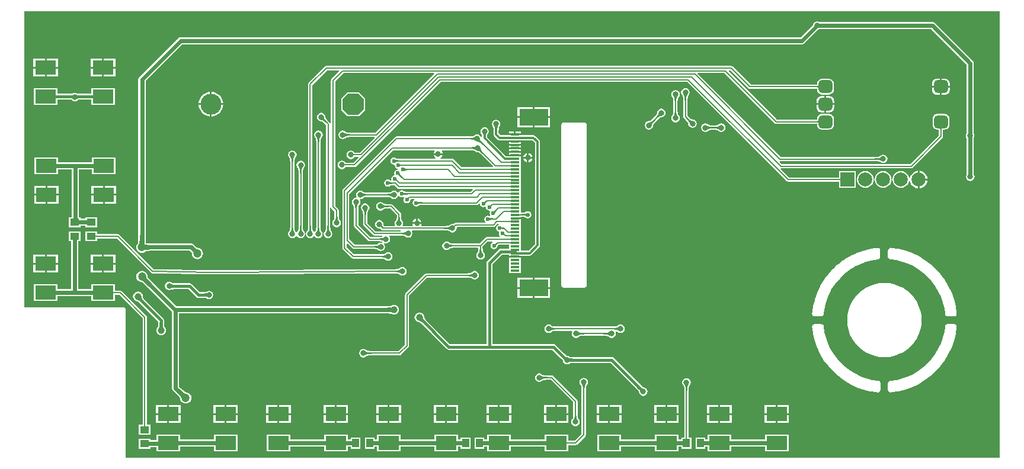
<source format=gbr>
%TF.GenerationSoftware,Altium Limited,Altium Designer,21.5.1 (32)*%
G04 Layer_Physical_Order=1*
G04 Layer_Color=255*
%FSLAX44Y44*%
%MOMM*%
%TF.SameCoordinates,B0397303-8537-4BFB-9E0B-8F0BB310BE14*%
%TF.FilePolarity,Positive*%
%TF.FileFunction,Copper,L1,Top,Signal*%
%TF.Part,Single*%
G01*
G75*
%TA.AperFunction,Conductor*%
%ADD10C,0.2000*%
%TA.AperFunction,SMDPad,CuDef*%
%ADD11R,1.0000X1.2500*%
%ADD12R,3.0000X2.0000*%
%ADD13R,4.1500X2.4000*%
%ADD14R,1.2500X0.3000*%
%ADD15R,1.2500X1.0000*%
%TA.AperFunction,Conductor*%
%ADD16C,0.3000*%
%ADD17C,0.6000*%
%ADD18C,0.4000*%
%TA.AperFunction,ViaPad*%
%ADD19C,6.5000*%
%ADD20C,0.1000*%
%TA.AperFunction,ComponentPad*%
%ADD21C,10.0000*%
G04:AMPARAMS|DCode=22|XSize=1.8mm|YSize=2mm|CornerRadius=0.45mm|HoleSize=0mm|Usage=FLASHONLY|Rotation=270.000|XOffset=0mm|YOffset=0mm|HoleType=Round|Shape=RoundedRectangle|*
%AMROUNDEDRECTD22*
21,1,1.8000,1.1000,0,0,270.0*
21,1,0.9000,2.0000,0,0,270.0*
1,1,0.9000,-0.5500,-0.4500*
1,1,0.9000,-0.5500,0.4500*
1,1,0.9000,0.5500,0.4500*
1,1,0.9000,0.5500,-0.4500*
%
%ADD22ROUNDEDRECTD22*%
%ADD23C,2.0000*%
%ADD24R,2.0000X2.0000*%
G04:AMPARAMS|DCode=25|XSize=3mm|YSize=3mm|CornerRadius=0mm|HoleSize=0mm|Usage=FLASHONLY|Rotation=180.000|XOffset=0mm|YOffset=0mm|HoleType=Round|Shape=Octagon|*
%AMOCTAGOND25*
4,1,8,-1.5000,0.7500,-1.5000,-0.7500,-0.7500,-1.5000,0.7500,-1.5000,1.5000,-0.7500,1.5000,0.7500,0.7500,1.5000,-0.7500,1.5000,-1.5000,0.7500,0.0*
%
%ADD25OCTAGOND25*%

%ADD26C,3.0000*%
%TA.AperFunction,ViaPad*%
%ADD27C,5.0000*%
%ADD28C,0.8000*%
%ADD29C,1.2000*%
%ADD30C,0.6000*%
%ADD31C,0.7000*%
%ADD32C,1.0000*%
G36*
X1396941Y3059D02*
X148059Y3059D01*
Y215500D01*
X147826Y216670D01*
X147163Y217663D01*
X146171Y218326D01*
X145000Y218559D01*
X3059D01*
X3059Y641941D01*
X1396941D01*
X1396941Y3059D01*
D02*
G37*
%LPC*%
G36*
X1013015Y563294D02*
X1013015Y563294D01*
X434485D01*
X434485Y563294D01*
X433315Y563061D01*
X432322Y562398D01*
X432322Y562398D01*
X409242Y539317D01*
X408579Y538325D01*
X408346Y537155D01*
X408346Y537154D01*
Y333504D01*
X408298Y332354D01*
X408094Y330239D01*
X407954Y329417D01*
X407789Y328709D01*
X407610Y328144D01*
X407431Y327729D01*
X407288Y327487D01*
X407079Y327347D01*
X405753Y325363D01*
X405287Y323022D01*
X405753Y320681D01*
X407079Y318696D01*
X409063Y317370D01*
X411404Y316904D01*
X413746Y317370D01*
X415730Y318696D01*
X416334Y319600D01*
X416472Y319807D01*
X418000D01*
X418742Y318696D01*
X420727Y317370D01*
X423068Y316904D01*
X425409Y317370D01*
X427393Y318696D01*
X428720Y320681D01*
X429185Y323022D01*
X428720Y325363D01*
X427393Y327347D01*
X427185Y327487D01*
X427041Y327729D01*
X426863Y328144D01*
X426683Y328709D01*
X426518Y329417D01*
X426382Y330220D01*
X426127Y333557D01*
Y454312D01*
X426177Y455474D01*
X426386Y457578D01*
X426528Y458387D01*
X426696Y459077D01*
X426876Y459620D01*
X427052Y460006D01*
X427196Y460234D01*
X427262Y460307D01*
X427586Y460523D01*
X428912Y462508D01*
X429377Y464849D01*
X428912Y467190D01*
X427586Y469175D01*
X425601Y470501D01*
X423260Y470966D01*
X420919Y470501D01*
X418934Y469175D01*
X417608Y467190D01*
X417142Y464849D01*
X417608Y462508D01*
X418934Y460523D01*
X419048Y460447D01*
X419146Y460270D01*
X419316Y459851D01*
X419486Y459278D01*
X419642Y458562D01*
X419771Y457747D01*
X420009Y454400D01*
Y333504D01*
X419961Y332354D01*
X419757Y330239D01*
X419618Y329417D01*
X419452Y328709D01*
X419273Y328144D01*
X419094Y327729D01*
X418951Y327487D01*
X418742Y327347D01*
X418000Y326237D01*
X416472D01*
X416334Y326444D01*
X416103Y326790D01*
X415730Y327347D01*
X415521Y327487D01*
X415378Y327729D01*
X415200Y328144D01*
X415020Y328709D01*
X414855Y329417D01*
X414719Y330220D01*
X414463Y333557D01*
Y535887D01*
X435752Y557177D01*
X452691D01*
X453177Y556003D01*
X441837Y544663D01*
X441174Y543671D01*
X440941Y542500D01*
X440941Y542500D01*
Y481853D01*
X440552Y481712D01*
X439671Y481642D01*
X439142Y482434D01*
X439142D01*
D01*
X439142Y482434D01*
X436575Y485001D01*
X435796Y485848D01*
X434445Y487487D01*
X433962Y488167D01*
X433578Y488785D01*
X433306Y489311D01*
X433139Y489731D01*
X433069Y490004D01*
X433117Y490250D01*
X432652Y492591D01*
X431326Y494576D01*
X429341Y495902D01*
X427000Y496367D01*
X424659Y495902D01*
X422674Y494576D01*
X421348Y492591D01*
X420882Y490250D01*
X421348Y487909D01*
X422674Y485924D01*
X424659Y484598D01*
X427000Y484132D01*
X427247Y484182D01*
X427519Y484112D01*
X427939Y483944D01*
X428465Y483672D01*
X429083Y483288D01*
X429746Y482817D01*
X432286Y480638D01*
X433920Y479004D01*
Y333511D01*
X433872Y332359D01*
X433667Y330246D01*
X433528Y329425D01*
X433362Y328719D01*
X433182Y328156D01*
X433004Y327745D01*
X432857Y327498D01*
X432632Y327347D01*
X431306Y325363D01*
X430840Y323022D01*
X431306Y320681D01*
X432632Y318696D01*
X434617Y317370D01*
X436958Y316904D01*
X439299Y317370D01*
X441284Y318696D01*
X442610Y320681D01*
X443075Y323022D01*
X442610Y325363D01*
X441284Y327347D01*
X441091Y327477D01*
X440951Y327714D01*
X440772Y328132D01*
X440593Y328699D01*
X440428Y329409D01*
X440292Y330213D01*
X440038Y333550D01*
Y359898D01*
Y360486D01*
X440427Y360627D01*
X441308Y360698D01*
X441837Y359905D01*
X446097Y355645D01*
Y349502D01*
X446049Y348352D01*
X445845Y346238D01*
X445706Y345415D01*
X445540Y344707D01*
X445361Y344143D01*
X445182Y343728D01*
X445039Y343485D01*
X444830Y343346D01*
X443504Y341361D01*
X443038Y339020D01*
X443504Y336679D01*
X444830Y334694D01*
X446815Y333368D01*
X449156Y332902D01*
X451497Y333368D01*
X453482Y334694D01*
X454808Y336679D01*
X455273Y339020D01*
X454808Y341361D01*
X453482Y343346D01*
X453273Y343485D01*
X453129Y343728D01*
X452951Y344142D01*
X452771Y344708D01*
X452606Y345415D01*
X452470Y346218D01*
X452215Y349555D01*
Y356912D01*
X451982Y358083D01*
X451319Y359075D01*
X451319Y359075D01*
X447059Y363335D01*
Y541233D01*
X459002Y553176D01*
X588191D01*
X588677Y552003D01*
X504567Y467892D01*
X468438D01*
X467288Y467941D01*
X465173Y468144D01*
X464351Y468284D01*
X463643Y468449D01*
X463078Y468629D01*
X462663Y468807D01*
X462421Y468951D01*
X462281Y469159D01*
X460296Y470485D01*
X457955Y470951D01*
X455614Y470485D01*
X453629Y469159D01*
X452303Y467175D01*
X451838Y464834D01*
X452303Y462493D01*
X453629Y460508D01*
X455614Y459182D01*
X457955Y458716D01*
X460296Y459182D01*
X462281Y460508D01*
X462421Y460717D01*
X462663Y460860D01*
X463078Y461039D01*
X463643Y461218D01*
X464351Y461384D01*
X465153Y461520D01*
X468490Y461775D01*
X503040D01*
X503526Y460602D01*
X503313Y460389D01*
D01*
X482336Y439412D01*
X474569D01*
X473723Y440679D01*
X471738Y442005D01*
X469397Y442471D01*
X467056Y442005D01*
X465071Y440679D01*
X463745Y438694D01*
X463279Y436353D01*
X463745Y434012D01*
X465071Y432027D01*
X467056Y430701D01*
X469397Y430235D01*
X471738Y430701D01*
X473723Y432027D01*
X474569Y433294D01*
X480309D01*
X480795Y432121D01*
X473641Y424967D01*
X461768D01*
X460922Y426234D01*
X458937Y427560D01*
X456596Y428026D01*
X454255Y427560D01*
X452270Y426234D01*
X450944Y424249D01*
X450478Y421908D01*
X450944Y419567D01*
X452270Y417582D01*
X454255Y416256D01*
X456596Y415790D01*
X458937Y416256D01*
X460922Y417582D01*
X461768Y418849D01*
X474908D01*
X474908Y418849D01*
X476078Y419082D01*
X477071Y419745D01*
X598017Y540691D01*
X949983D01*
X1091837Y398837D01*
X1092830Y398174D01*
X1094000Y397941D01*
X1094000Y397941D01*
X1167200D01*
Y389000D01*
X1191200D01*
Y399356D01*
Y402645D01*
Y413000D01*
X1167200D01*
Y404059D01*
X1095267D01*
X1083885Y415441D01*
X1083609Y415717D01*
X1083619Y415803D01*
X1084181Y416941D01*
X1270000D01*
X1270000Y416941D01*
X1271171Y417174D01*
X1272163Y417837D01*
X1314668Y460342D01*
X1315331Y461335D01*
X1315564Y462505D01*
Y472578D01*
X1318005D01*
X1319702Y472801D01*
X1321283Y473456D01*
X1322641Y474498D01*
X1323683Y475856D01*
X1324338Y477437D01*
X1324561Y479134D01*
Y488134D01*
X1324338Y489831D01*
X1323683Y491412D01*
X1322641Y492770D01*
X1321283Y493812D01*
X1319702Y494467D01*
X1318005Y494690D01*
X1307005D01*
X1305308Y494467D01*
X1303727Y493812D01*
X1302369Y492770D01*
X1301328Y491412D01*
X1300672Y489831D01*
X1300449Y488134D01*
Y479134D01*
X1300672Y477437D01*
X1301328Y475856D01*
X1302369Y474498D01*
X1303727Y473456D01*
X1305308Y472801D01*
X1307005Y472578D01*
X1309447D01*
Y463772D01*
X1268733Y423059D01*
X1085017D01*
X1082100Y425976D01*
X1082359Y426763D01*
X1082681Y427191D01*
X1218984D01*
X1220791Y427147D01*
X1222916Y426962D01*
X1223752Y426834D01*
X1224470Y426681D01*
X1225042Y426515D01*
X1225458Y426351D01*
X1225613Y426266D01*
X1225674Y426174D01*
X1227659Y424848D01*
X1230000Y424383D01*
X1230886Y424559D01*
X1232341Y424848D01*
X1234326Y426174D01*
X1235652Y428159D01*
X1236117Y430500D01*
X1235652Y432841D01*
X1234326Y434826D01*
X1232341Y436152D01*
X1230000Y436618D01*
X1227659Y436152D01*
X1225674Y434826D01*
X1225437Y434471D01*
X1225337Y434377D01*
X1225118Y434236D01*
X1224740Y434062D01*
X1224205Y433881D01*
X1223520Y433713D01*
X1222735Y433574D01*
X1219403Y433309D01*
X1083767D01*
X965073Y552003D01*
X965559Y553176D01*
X1003248D01*
X1074953Y481471D01*
X1075946Y480808D01*
X1077116Y480575D01*
X1135449D01*
Y479134D01*
X1135673Y477437D01*
X1136328Y475856D01*
X1137370Y474498D01*
X1138727Y473456D01*
X1140309Y472801D01*
X1142005Y472578D01*
X1153005D01*
X1154702Y472801D01*
X1156283Y473456D01*
X1157641Y474498D01*
X1158683Y475856D01*
X1159338Y477437D01*
X1159561Y479134D01*
Y488134D01*
X1159338Y489831D01*
X1158683Y491412D01*
X1157641Y492770D01*
X1156283Y493812D01*
X1154702Y494467D01*
X1153005Y494690D01*
X1142005D01*
X1140309Y494467D01*
X1138727Y493812D01*
X1137370Y492770D01*
X1136328Y491412D01*
X1135673Y489831D01*
X1135449Y488134D01*
Y486693D01*
X1078383D01*
X1009285Y555791D01*
X1009073Y556003D01*
X1009559Y557177D01*
X1011748D01*
X1037453Y531471D01*
X1037453Y531471D01*
X1038445Y530808D01*
X1039616Y530575D01*
X1135449D01*
Y529134D01*
X1135673Y527437D01*
X1136328Y525856D01*
X1137370Y524498D01*
X1138727Y523456D01*
X1140309Y522801D01*
X1142005Y522578D01*
X1153005D01*
X1154702Y522801D01*
X1156283Y523456D01*
X1157641Y524498D01*
X1158683Y525856D01*
X1159338Y527437D01*
X1159561Y529134D01*
Y538134D01*
X1159338Y539831D01*
X1158683Y541412D01*
X1157641Y542770D01*
X1156283Y543812D01*
X1154702Y544467D01*
X1153005Y544690D01*
X1142005D01*
X1140309Y544467D01*
X1138727Y543812D01*
X1137370Y542770D01*
X1136328Y541412D01*
X1135673Y539831D01*
X1135449Y538134D01*
Y536693D01*
X1040883D01*
X1015178Y562398D01*
X1014185Y563061D01*
X1013015Y563294D01*
D02*
G37*
G36*
X51040Y573540D02*
X34770D01*
Y562270D01*
X51040D01*
Y573540D01*
D02*
G37*
G36*
X133040D02*
X116770D01*
Y562270D01*
X133040D01*
Y573540D01*
D02*
G37*
G36*
X114230D02*
X97960D01*
Y562270D01*
X114230D01*
Y573540D01*
D02*
G37*
G36*
X32230D02*
X15960D01*
Y562270D01*
X32230D01*
Y573540D01*
D02*
G37*
G36*
X133040Y559730D02*
X116770D01*
Y548460D01*
X133040D01*
Y559730D01*
D02*
G37*
G36*
X114230D02*
X97960D01*
Y548460D01*
X114230D01*
Y559730D01*
D02*
G37*
G36*
X51040D02*
X34770D01*
Y548460D01*
X51040D01*
Y559730D01*
D02*
G37*
G36*
X32230D02*
X15960D01*
Y548460D01*
X32230D01*
Y559730D01*
D02*
G37*
G36*
X1318005Y545235D02*
X1313775D01*
Y534904D01*
X1325106D01*
Y538134D01*
X1324864Y539972D01*
X1324155Y541684D01*
X1323026Y543155D01*
X1321556Y544283D01*
X1319843Y544993D01*
X1318005Y545235D01*
D02*
G37*
G36*
X1311235D02*
X1307005D01*
X1305167Y544993D01*
X1303455Y544283D01*
X1301984Y543155D01*
X1300856Y541684D01*
X1300146Y539972D01*
X1299904Y538134D01*
Y534904D01*
X1311235D01*
Y545235D01*
D02*
G37*
G36*
X132500Y531500D02*
X98500D01*
Y523578D01*
X81615D01*
X81062Y523583D01*
X78893Y523671D01*
X78678Y523691D01*
X77576Y524427D01*
X75235Y524893D01*
X72894Y524427D01*
X71792Y523691D01*
X71577Y523671D01*
X69408Y523583D01*
X68855Y523578D01*
X50500D01*
Y531500D01*
X16500D01*
Y507500D01*
X50500D01*
Y515422D01*
X65340D01*
X69988Y515128D01*
X70396Y515047D01*
X70538Y515005D01*
X70909Y514450D01*
X72894Y513124D01*
X75235Y512658D01*
X77576Y513124D01*
X79561Y514450D01*
X79932Y515005D01*
X80074Y515047D01*
X80482Y515128D01*
X85130Y515422D01*
X98500D01*
Y507500D01*
X132500D01*
Y531500D01*
D02*
G37*
G36*
X1325106Y532364D02*
X1313775D01*
Y522033D01*
X1318005D01*
X1319843Y522275D01*
X1321556Y522985D01*
X1323026Y524113D01*
X1324155Y525584D01*
X1324864Y527296D01*
X1325106Y529134D01*
Y532364D01*
D02*
G37*
G36*
X1311235D02*
X1299904D01*
Y529134D01*
X1300146Y527296D01*
X1300856Y525584D01*
X1301984Y524113D01*
X1303455Y522985D01*
X1305167Y522275D01*
X1307005Y522033D01*
X1311235D01*
Y532364D01*
D02*
G37*
G36*
X270755Y526249D02*
Y510019D01*
X286985D01*
X286771Y512188D01*
X285768Y515494D01*
X284139Y518541D01*
X281948Y521212D01*
X279277Y523404D01*
X276230Y525032D01*
X272923Y526035D01*
X270755Y526249D01*
D02*
G37*
G36*
X268215Y526249D02*
X266047Y526035D01*
X262740Y525032D01*
X259693Y523404D01*
X257022Y521212D01*
X254830Y518541D01*
X253202Y515494D01*
X252199Y512188D01*
X251985Y510019D01*
X268215D01*
Y526249D01*
D02*
G37*
G36*
X1153005Y520235D02*
X1148775D01*
Y509904D01*
X1160106D01*
Y513134D01*
X1159864Y514972D01*
X1159155Y516684D01*
X1158026Y518155D01*
X1156556Y519283D01*
X1154843Y519993D01*
X1153005Y520235D01*
D02*
G37*
G36*
X1146235D02*
X1142005D01*
X1140167Y519993D01*
X1138455Y519283D01*
X1136984Y518155D01*
X1135856Y516684D01*
X1135147Y514972D01*
X1134905Y513134D01*
Y509904D01*
X1146235D01*
Y520235D01*
D02*
G37*
G36*
X1160106Y507364D02*
X1148775D01*
Y497033D01*
X1153005D01*
X1154843Y497275D01*
X1156556Y497985D01*
X1158026Y499113D01*
X1159155Y500584D01*
X1159864Y502296D01*
X1160106Y504134D01*
Y507364D01*
D02*
G37*
G36*
X1146235D02*
X1134905D01*
Y504134D01*
X1135147Y502296D01*
X1135856Y500584D01*
X1136984Y499113D01*
X1138455Y497985D01*
X1140167Y497275D01*
X1142005Y497033D01*
X1146235D01*
Y507364D01*
D02*
G37*
G36*
X481015Y525749D02*
X464015D01*
X455515Y517249D01*
Y500249D01*
X464015Y491749D01*
X481015D01*
X489515Y500249D01*
Y517249D01*
X481015Y525749D01*
D02*
G37*
G36*
X754233Y504663D02*
X732213D01*
Y491393D01*
X754233D01*
Y504663D01*
D02*
G37*
G36*
X729673D02*
X707653D01*
Y491393D01*
X729673D01*
Y504663D01*
D02*
G37*
G36*
X286985Y507479D02*
X270755D01*
Y491249D01*
X272923Y491463D01*
X276230Y492466D01*
X279277Y494095D01*
X281948Y496286D01*
X284139Y498957D01*
X285768Y502004D01*
X286771Y505311D01*
X286985Y507479D01*
D02*
G37*
G36*
X268215D02*
X251985D01*
X252199Y505311D01*
X253202Y502004D01*
X254830Y498957D01*
X257022Y496286D01*
X259693Y494095D01*
X262740Y492466D01*
X266047Y491463D01*
X268215Y491249D01*
Y507479D01*
D02*
G37*
G36*
X913152Y502350D02*
X910811Y501885D01*
X908826Y500559D01*
X907500Y498574D01*
X907034Y496233D01*
X907093Y495937D01*
X907093Y495932D01*
X907022Y495647D01*
X906861Y495234D01*
X906593Y494712D01*
X906213Y494097D01*
X905746Y493436D01*
X903569Y490895D01*
X900749Y488075D01*
X899902Y487296D01*
X898262Y485945D01*
X897583Y485462D01*
X896965Y485078D01*
X896439Y484806D01*
X896019Y484638D01*
X895746Y484568D01*
X895500Y484618D01*
X893159Y484152D01*
X891174Y482826D01*
X889848Y480841D01*
X889382Y478500D01*
X889848Y476159D01*
X891174Y474174D01*
X893159Y472848D01*
X895500Y472383D01*
X897841Y472848D01*
X899826Y474174D01*
X901152Y476159D01*
X901618Y478500D01*
X901569Y478746D01*
X901638Y479019D01*
X901806Y479439D01*
X902078Y479965D01*
X902462Y480583D01*
X902933Y481246D01*
X905112Y483786D01*
X907956Y486630D01*
X908800Y487407D01*
X910441Y488762D01*
X911122Y489248D01*
X911743Y489636D01*
X912274Y489914D01*
X912700Y490086D01*
X912956Y490154D01*
X913152Y490115D01*
X915493Y490581D01*
X917477Y491907D01*
X918804Y493892D01*
X919269Y496233D01*
X918804Y498574D01*
X917477Y500559D01*
X915493Y501885D01*
X913152Y502350D01*
D02*
G37*
G36*
X933500Y528867D02*
X931159Y528402D01*
X929174Y527076D01*
X927848Y525091D01*
X927383Y522750D01*
X927848Y520409D01*
X929174Y518424D01*
X929271Y518360D01*
X929358Y518201D01*
X929523Y517784D01*
X929690Y517212D01*
X929843Y516494D01*
X929969Y515677D01*
X930203Y512328D01*
Y499261D01*
X930154Y498111D01*
X929951Y495997D01*
X929811Y495174D01*
X929646Y494466D01*
X929466Y493901D01*
X929288Y493486D01*
X929145Y493244D01*
X928936Y493105D01*
X927610Y491120D01*
X927144Y488779D01*
X927610Y486438D01*
X928936Y484453D01*
X930920Y483127D01*
X933261Y482661D01*
X935603Y483127D01*
X937587Y484453D01*
X938913Y486438D01*
X939379Y488779D01*
X938913Y491120D01*
X937587Y493105D01*
X937378Y493244D01*
X937235Y493486D01*
X937057Y493901D01*
X936877Y494466D01*
X936712Y495174D01*
X936576Y495977D01*
X936320Y499314D01*
Y512178D01*
X936461Y514500D01*
X936577Y515445D01*
X936724Y516273D01*
X936892Y516960D01*
X937073Y517496D01*
X937247Y517876D01*
X937389Y518096D01*
X937477Y518191D01*
X937826Y518424D01*
X939152Y520409D01*
X939618Y522750D01*
X939152Y525091D01*
X937826Y527076D01*
X935841Y528402D01*
X933500Y528867D01*
D02*
G37*
G36*
X998530Y481248D02*
X996189Y480782D01*
X994204Y479456D01*
X994065Y479247D01*
X993822Y479104D01*
X993407Y478925D01*
X992842Y478746D01*
X992134Y478580D01*
X991332Y478444D01*
X987995Y478189D01*
X986567D01*
X985417Y478237D01*
X983303Y478441D01*
X982480Y478580D01*
X981772Y478746D01*
X981207Y478925D01*
X980792Y479104D01*
X980550Y479247D01*
X980410Y479456D01*
X978426Y480782D01*
X976085Y481248D01*
X973744Y480782D01*
X971759Y479456D01*
X970433Y477471D01*
X969967Y475130D01*
X970433Y472789D01*
X971759Y470804D01*
X973744Y469478D01*
X976085Y469012D01*
X978426Y469478D01*
X980410Y470804D01*
X980550Y471013D01*
X980792Y471157D01*
X981207Y471335D01*
X981772Y471515D01*
X982480Y471680D01*
X983283Y471816D01*
X986619Y472071D01*
X988047D01*
X989197Y472023D01*
X991312Y471819D01*
X992134Y471680D01*
X992842Y471515D01*
X993407Y471335D01*
X993822Y471157D01*
X994065Y471013D01*
X994204Y470804D01*
X996189Y469478D01*
X998530Y469012D01*
X1000871Y469478D01*
X1002856Y470804D01*
X1004182Y472789D01*
X1004648Y475130D01*
X1004182Y477471D01*
X1002856Y479456D01*
X1000871Y480782D01*
X998530Y481248D01*
D02*
G37*
G36*
X754233Y488853D02*
X732213D01*
Y475583D01*
X754233D01*
Y488853D01*
D02*
G37*
G36*
X729673D02*
X707653D01*
Y475583D01*
X729673D01*
Y488853D01*
D02*
G37*
G36*
X947500Y531618D02*
X945159Y531152D01*
X943174Y529826D01*
X941848Y527841D01*
X941383Y525500D01*
X941848Y523159D01*
X943174Y521174D01*
X943383Y521035D01*
X943527Y520792D01*
X943705Y520377D01*
X943884Y519812D01*
X944050Y519105D01*
X944186Y518302D01*
X944441Y514965D01*
Y491052D01*
X944441Y491051D01*
X944674Y489881D01*
X945337Y488889D01*
X948108Y486118D01*
X948887Y485271D01*
X950238Y483631D01*
X950721Y482952D01*
X951105Y482334D01*
X951377Y481807D01*
X951544Y481388D01*
X951614Y481115D01*
X951565Y480869D01*
X952031Y478527D01*
X953357Y476543D01*
X955342Y475217D01*
X957683Y474751D01*
X960024Y475217D01*
X962009Y476543D01*
X963335Y478527D01*
X963800Y480869D01*
X963335Y483210D01*
X962009Y485194D01*
X960024Y486521D01*
X957683Y486986D01*
X957436Y486937D01*
X957164Y487007D01*
X956744Y487174D01*
X956218Y487447D01*
X955600Y487831D01*
X954937Y488302D01*
X952397Y490480D01*
X950559Y492318D01*
Y515017D01*
X950607Y516168D01*
X950811Y518282D01*
X950950Y519105D01*
X951116Y519812D01*
X951295Y520377D01*
X951474Y520792D01*
X951617Y521035D01*
X951826Y521174D01*
X953152Y523159D01*
X953617Y525500D01*
X953152Y527841D01*
X951826Y529826D01*
X949841Y531152D01*
X947500Y531618D01*
D02*
G37*
G36*
X712733Y469663D02*
X705213D01*
Y466893D01*
X712733D01*
Y469663D01*
D02*
G37*
G36*
X702673D02*
X695153D01*
Y466893D01*
X702673D01*
Y469663D01*
D02*
G37*
G36*
X712733Y454353D02*
X703943D01*
X695153D01*
Y451893D01*
X703943D01*
X712733D01*
Y454353D01*
D02*
G37*
G36*
Y449353D02*
X703943D01*
X695153D01*
Y446893D01*
X703943D01*
X712733D01*
Y449353D01*
D02*
G37*
G36*
Y444353D02*
X703943D01*
X695153D01*
Y441893D01*
X703943D01*
X712733D01*
Y444353D01*
D02*
G37*
G36*
Y439353D02*
X703943D01*
X695153D01*
Y436893D01*
X703943D01*
X712733D01*
Y439353D01*
D02*
G37*
G36*
X723780Y438676D02*
Y433517D01*
X728940D01*
X728882Y433955D01*
X728223Y435546D01*
X727175Y436912D01*
X725809Y437960D01*
X724218Y438619D01*
X723780Y438676D01*
D02*
G37*
G36*
X721240D02*
X720803Y438619D01*
X719212Y437960D01*
X717846Y436912D01*
X716798Y435546D01*
X716139Y433955D01*
X716081Y433517D01*
X721240D01*
Y438676D01*
D02*
G37*
G36*
X133500Y432750D02*
X99500D01*
Y425848D01*
X51500D01*
Y432750D01*
X17500D01*
Y408750D01*
X51500D01*
Y415652D01*
X70402D01*
Y346881D01*
X66750D01*
Y332881D01*
X83250D01*
Y334783D01*
X90174D01*
Y332881D01*
X106673D01*
Y346881D01*
X90174D01*
Y344979D01*
X83250D01*
Y346881D01*
X80598D01*
Y415652D01*
X99500D01*
Y408750D01*
X133500D01*
Y432750D01*
D02*
G37*
G36*
X728940Y430977D02*
X723780D01*
Y425818D01*
X724218Y425876D01*
X725809Y426535D01*
X727175Y427583D01*
X728223Y428949D01*
X728882Y430540D01*
X728940Y430977D01*
D02*
G37*
G36*
X721240D02*
X716081D01*
X716139Y430540D01*
X716798Y428949D01*
X717846Y427583D01*
X719212Y426535D01*
X720803Y425876D01*
X721240Y425818D01*
Y430977D01*
D02*
G37*
G36*
X1279530Y413481D02*
X1277526Y413217D01*
X1274476Y411954D01*
X1271856Y409944D01*
X1269846Y407324D01*
X1268583Y404274D01*
X1268468Y403403D01*
X1267187D01*
X1267091Y404133D01*
Y404133D01*
D01*
X1265882Y407052D01*
X1263959Y409558D01*
X1261452Y411482D01*
X1258533Y412691D01*
X1255400Y413104D01*
X1252267Y412691D01*
X1249348Y411482D01*
X1246842Y409558D01*
X1244918Y407052D01*
X1243709Y404133D01*
X1243456Y402216D01*
D01*
X1243416Y401904D01*
X1243340Y401335D01*
X1242060D01*
X1241984Y401904D01*
X1241944Y402216D01*
D01*
X1241691Y404133D01*
X1240482Y407052D01*
X1238559Y409558D01*
X1236052Y411482D01*
X1233133Y412691D01*
X1230000Y413104D01*
X1226867Y412691D01*
X1223948Y411482D01*
X1221441Y409558D01*
X1219518Y407052D01*
X1218309Y404133D01*
X1218056Y402216D01*
D01*
X1218016Y401904D01*
X1217940Y401335D01*
X1216660D01*
X1216584Y401904D01*
X1216544Y402216D01*
D01*
X1216291Y404133D01*
X1215082Y407052D01*
X1213158Y409558D01*
X1210652Y411482D01*
X1207733Y412691D01*
X1204600Y413104D01*
X1201467Y412691D01*
X1198548Y411482D01*
X1196041Y409558D01*
X1194118Y407052D01*
X1192909Y404133D01*
X1192700Y402546D01*
X1192496Y401000D01*
X1192700Y399454D01*
X1192813Y398597D01*
X1192909Y397867D01*
X1194118Y394948D01*
X1196041Y392441D01*
X1198548Y390518D01*
X1201467Y389309D01*
X1204600Y388896D01*
X1207733Y389309D01*
X1210652Y390518D01*
X1213158Y392441D01*
X1215082Y394948D01*
X1216291Y397867D01*
X1216544Y399785D01*
D01*
X1216584Y400096D01*
X1216660Y400666D01*
X1217940D01*
X1218016Y400096D01*
X1218056Y399785D01*
D01*
X1218309Y397867D01*
X1219518Y394948D01*
X1221441Y392441D01*
X1223948Y390518D01*
X1226867Y389309D01*
X1230000Y388896D01*
X1233133Y389309D01*
X1236052Y390518D01*
X1238559Y392441D01*
X1240482Y394948D01*
X1241691Y397867D01*
X1241944Y399785D01*
D01*
X1241984Y400096D01*
X1242060Y400666D01*
X1243340D01*
X1243416Y400096D01*
X1243456Y399785D01*
D01*
X1243709Y397867D01*
X1244918Y394948D01*
X1246842Y392441D01*
X1249348Y390518D01*
X1252267Y389309D01*
X1255400Y388896D01*
X1258533Y389309D01*
X1261452Y390518D01*
X1263959Y392441D01*
X1265882Y394948D01*
X1267091Y397867D01*
Y397867D01*
X1267187Y398597D01*
X1268468D01*
X1268583Y397726D01*
X1269846Y394676D01*
X1271856Y392056D01*
X1274476Y390046D01*
X1277526Y388783D01*
X1279530Y388519D01*
Y401000D01*
Y413481D01*
D02*
G37*
G36*
X1282070D02*
Y402270D01*
X1293281D01*
X1293017Y404274D01*
X1291754Y407324D01*
X1289744Y409944D01*
X1287124Y411954D01*
X1284074Y413217D01*
X1282070Y413481D01*
D02*
G37*
G36*
X1135500Y627118D02*
X1133159Y626652D01*
X1131174Y625326D01*
X1129848Y623341D01*
X1129653Y622363D01*
X1111888Y604598D01*
X226250D01*
X224299Y604210D01*
X222645Y603105D01*
X167395Y547855D01*
X166290Y546201D01*
X165902Y544250D01*
Y317843D01*
X165769Y313872D01*
X165537Y311422D01*
X165402Y310591D01*
X165266Y310026D01*
X165220Y309904D01*
X163940Y308236D01*
X163134Y306290D01*
X162859Y304201D01*
X163134Y302113D01*
X163940Y300167D01*
X165222Y298496D01*
X166893Y297213D01*
X168839Y296407D01*
X170928Y296132D01*
X173016Y296407D01*
X174962Y297213D01*
X176530Y298416D01*
X176695Y298477D01*
X177170Y298589D01*
X185216Y299103D01*
X239187D01*
X242281Y296010D01*
X242181Y295250D01*
X242456Y293162D01*
X243262Y291215D01*
X244544Y289544D01*
X246215Y288262D01*
X248162Y287456D01*
X250250Y287181D01*
X252338Y287456D01*
X254284Y288262D01*
X255956Y289544D01*
X257238Y291215D01*
X258044Y293162D01*
X258319Y295250D01*
X258044Y297338D01*
X257238Y299284D01*
X255956Y300956D01*
X254284Y302238D01*
X252338Y303044D01*
X250250Y303319D01*
X249491Y303219D01*
X244904Y307806D01*
X243250Y308911D01*
X241299Y309299D01*
X184498D01*
X180553Y309429D01*
X178099Y309657D01*
X177265Y309791D01*
X176711Y309921D01*
X176602Y310391D01*
X176098Y318428D01*
Y542138D01*
X228362Y594402D01*
X1114000D01*
X1115951Y594790D01*
X1117605Y595895D01*
X1136863Y615154D01*
X1137841Y615348D01*
X1138670Y615902D01*
X1298388D01*
X1349152Y565138D01*
Y466920D01*
X1348598Y466091D01*
X1348132Y463750D01*
X1348598Y461409D01*
X1349402Y460206D01*
Y408170D01*
X1348848Y407341D01*
X1348382Y405000D01*
X1348848Y402659D01*
X1350174Y400674D01*
X1352159Y399348D01*
X1354500Y398882D01*
X1356841Y399348D01*
X1358826Y400674D01*
X1360152Y402659D01*
X1360618Y405000D01*
X1360152Y407341D01*
X1359598Y408170D01*
Y460954D01*
X1359902Y461409D01*
X1360367Y463750D01*
X1359902Y466091D01*
X1359348Y466920D01*
Y567250D01*
X1358960Y569201D01*
X1357855Y570855D01*
X1304105Y624605D01*
X1302451Y625710D01*
X1300500Y626098D01*
X1138670D01*
X1137841Y626652D01*
X1135500Y627118D01*
D02*
G37*
G36*
X1293281Y399730D02*
X1282070D01*
Y388519D01*
X1284074Y388783D01*
X1287124Y390046D01*
X1289744Y392056D01*
X1291754Y394676D01*
X1293017Y397726D01*
X1293281Y399730D01*
D02*
G37*
G36*
X134040Y391790D02*
X117770D01*
Y380520D01*
X134040D01*
Y391790D01*
D02*
G37*
G36*
X115230D02*
X98960D01*
Y380520D01*
X115230D01*
Y391790D01*
D02*
G37*
G36*
X52040D02*
X35770D01*
Y380520D01*
X52040D01*
Y391790D01*
D02*
G37*
G36*
X33230D02*
X16960D01*
Y380520D01*
X33230D01*
Y391790D01*
D02*
G37*
G36*
X134040Y377980D02*
X117770D01*
Y366710D01*
X134040D01*
Y377980D01*
D02*
G37*
G36*
X115230D02*
X98960D01*
Y366710D01*
X115230D01*
Y377980D01*
D02*
G37*
G36*
X52040D02*
X35770D01*
Y366710D01*
X52040D01*
Y377980D01*
D02*
G37*
G36*
X33230D02*
X16960D01*
Y366710D01*
X33230D01*
Y377980D01*
D02*
G37*
G36*
X677055Y486390D02*
X674714Y485925D01*
X672730Y484599D01*
X671404Y482614D01*
X670938Y480273D01*
X671404Y477932D01*
X672730Y475947D01*
X672831Y475879D01*
X672838Y475866D01*
X672959Y475513D01*
X673090Y474972D01*
X673203Y474321D01*
X673487Y470186D01*
Y465695D01*
X673758Y464329D01*
X674532Y463171D01*
X679603Y458100D01*
X680761Y457326D01*
X682127Y457055D01*
X695153D01*
Y456893D01*
X703943D01*
X712733D01*
Y457055D01*
X729148D01*
X732431Y453772D01*
Y431260D01*
X732305Y430623D01*
X732431Y429986D01*
Y308228D01*
X723395Y299192D01*
X712193D01*
Y302123D01*
Y307123D01*
Y312123D01*
Y317123D01*
Y322123D01*
Y327123D01*
Y332123D01*
Y337123D01*
Y341583D01*
X712733D01*
Y344353D01*
X703943D01*
Y346893D01*
X712733D01*
Y347565D01*
X714443D01*
X715497Y347542D01*
X717081Y347421D01*
X717682Y347339D01*
X718185Y347243D01*
X718560Y347144D01*
X718731Y347081D01*
X718742Y347065D01*
X720396Y345960D01*
X722347Y345572D01*
X724298Y345960D01*
X725952Y347065D01*
X727057Y348719D01*
X727445Y350670D01*
X727057Y352621D01*
X725952Y354275D01*
X724298Y355380D01*
X722347Y355768D01*
X720396Y355380D01*
X718742Y354275D01*
X718678Y354179D01*
X718495Y354110D01*
X718131Y354011D01*
X717698Y353925D01*
X714607Y353682D01*
X712193D01*
Y357123D01*
Y362123D01*
Y367123D01*
Y372123D01*
Y377123D01*
Y382123D01*
Y387123D01*
Y392123D01*
Y397123D01*
Y402123D01*
Y407123D01*
Y412123D01*
Y417123D01*
Y422123D01*
Y427123D01*
Y431583D01*
X712733D01*
Y434353D01*
X703943D01*
X695153D01*
Y434192D01*
X691355D01*
X664069Y461478D01*
Y461897D01*
X664128Y463833D01*
X664232Y464989D01*
X664255Y465134D01*
X664905Y465569D01*
X666232Y467554D01*
X666697Y469895D01*
X666232Y472236D01*
X664905Y474220D01*
X662921Y475547D01*
X660580Y476012D01*
X658239Y475547D01*
X656254Y474220D01*
X654928Y472236D01*
X654462Y469895D01*
X654928Y467554D01*
X656254Y465569D01*
X656717Y465260D01*
X656931Y461531D01*
Y460661D01*
X655661Y460536D01*
X655415Y461776D01*
X655402Y461841D01*
X654076Y463826D01*
X652091Y465152D01*
X649750Y465617D01*
X647409Y465152D01*
X645424Y463826D01*
X645285Y463617D01*
X645042Y463474D01*
X644628Y463295D01*
X644062Y463116D01*
X643355Y462950D01*
X642552Y462814D01*
X639215Y462559D01*
X534750D01*
X534750Y462559D01*
X533579Y462326D01*
X532587Y461663D01*
X532587Y461663D01*
X458087Y387163D01*
X457424Y386171D01*
X457191Y385000D01*
X457191Y385000D01*
Y303250D01*
X457191Y303250D01*
X457424Y302080D01*
X458087Y301087D01*
X470337Y288837D01*
X471329Y288174D01*
X472500Y287941D01*
X512267D01*
X513418Y287893D01*
X515532Y287689D01*
X516355Y287550D01*
X517062Y287384D01*
X517627Y287205D01*
X518042Y287026D01*
X518285Y286883D01*
X518424Y286674D01*
X520409Y285348D01*
X522750Y284883D01*
X525091Y285348D01*
X527076Y286674D01*
X528402Y288659D01*
X528867Y291000D01*
X528402Y293341D01*
X527076Y295326D01*
X525091Y296652D01*
X522750Y297118D01*
X520409Y296652D01*
X518424Y295326D01*
X518285Y295117D01*
X518042Y294974D01*
X517627Y294795D01*
X517062Y294616D01*
X516355Y294450D01*
X515552Y294314D01*
X512215Y294059D01*
X473767D01*
X463309Y304517D01*
Y308906D01*
Y309206D01*
X464482Y309692D01*
X471587Y302587D01*
X472579Y301924D01*
X473750Y301691D01*
X473750Y301691D01*
X501767D01*
X502918Y301643D01*
X505032Y301439D01*
X505855Y301300D01*
X506562Y301134D01*
X507127Y300955D01*
X507542Y300776D01*
X507785Y300633D01*
X507924Y300424D01*
X509909Y299098D01*
X512250Y298632D01*
X514591Y299098D01*
X516576Y300424D01*
X517902Y302409D01*
X518368Y304750D01*
X517902Y307091D01*
X517585Y307565D01*
X516576Y309076D01*
X517251Y310096D01*
X517667Y310013D01*
X519592Y309631D01*
X521933Y310096D01*
X523917Y311422D01*
X525243Y313407D01*
X525709Y315748D01*
X525243Y318089D01*
X524233Y319601D01*
X524836Y320871D01*
X540902D01*
X542052Y320823D01*
X544166Y320619D01*
X544989Y320480D01*
X545697Y320314D01*
X546262Y320135D01*
X546677Y319956D01*
X546919Y319813D01*
X547058Y319604D01*
X549043Y318278D01*
X551384Y317812D01*
X553725Y318278D01*
X555710Y319604D01*
X557036Y321589D01*
X557502Y323930D01*
X557036Y326271D01*
X556665Y326826D01*
X556511Y327056D01*
X557190Y328326D01*
X604107D01*
X605258Y328278D01*
X607372Y328074D01*
X608195Y327935D01*
X608902Y327769D01*
X609467Y327590D01*
X609882Y327411D01*
X610125Y327268D01*
X610264Y327059D01*
X612249Y325733D01*
X614590Y325267D01*
X616931Y325733D01*
X618916Y327059D01*
X620242Y329044D01*
X620708Y331385D01*
X620685Y331500D01*
X620590Y331976D01*
X621613Y333191D01*
X673250D01*
X673250Y333191D01*
X674420Y333424D01*
X675413Y334087D01*
X677536Y336210D01*
X678890Y337565D01*
X680600D01*
X680725Y336295D01*
X680299Y336210D01*
X678645Y335105D01*
X677540Y333451D01*
X677152Y331500D01*
X677540Y329549D01*
X678645Y327895D01*
X680299Y326790D01*
X681061Y326638D01*
X681423Y325765D01*
X681035Y323814D01*
X681423Y321863D01*
X682528Y320210D01*
X682913Y319952D01*
X682528Y318682D01*
X663971D01*
X663971Y318682D01*
X662800Y318449D01*
X661808Y317786D01*
X653483Y309461D01*
X616800D01*
X615650Y309510D01*
X613535Y309713D01*
X612713Y309853D01*
X612005Y310018D01*
X611440Y310197D01*
X611025Y310376D01*
X610783Y310519D01*
X610643Y310728D01*
X608658Y312054D01*
X606317Y312520D01*
X603976Y312054D01*
X601991Y310728D01*
X600665Y308744D01*
X600200Y306402D01*
X600665Y304061D01*
X601991Y302077D01*
X603976Y300751D01*
X606317Y300285D01*
X608658Y300751D01*
X610643Y302077D01*
X610783Y302286D01*
X611025Y302429D01*
X611440Y302607D01*
X612005Y302787D01*
X612713Y302952D01*
X613515Y303088D01*
X616852Y303344D01*
X650772D01*
X651659Y302435D01*
X651647Y301959D01*
X651637Y301844D01*
X651554Y300884D01*
X651462Y299834D01*
X651334Y298998D01*
X651181Y298280D01*
X651015Y297708D01*
X650851Y297292D01*
X650766Y297137D01*
X650674Y297076D01*
X649348Y295091D01*
X648883Y292750D01*
X649348Y290409D01*
X650674Y288424D01*
X652659Y287098D01*
X655000Y286632D01*
X657341Y287098D01*
X659326Y288424D01*
X660652Y290409D01*
X661117Y292750D01*
X660652Y295091D01*
X659326Y297076D01*
X658971Y297313D01*
X658877Y297414D01*
X658736Y297632D01*
X658562Y298010D01*
X658381Y298545D01*
X658213Y299230D01*
X658074Y300015D01*
X657809Y303347D01*
Y305135D01*
X665238Y312565D01*
X671547D01*
X672148Y311388D01*
X672133Y311295D01*
X670551Y310237D01*
X669446Y308583D01*
X669058Y306632D01*
X669446Y304682D01*
X670551Y303028D01*
X672205Y301923D01*
X674156Y301535D01*
X676107Y301923D01*
X677760Y303028D01*
X678866Y304682D01*
X679185Y306290D01*
X679254Y306632D01*
D01*
D01*
X680147Y307565D01*
X695693D01*
Y302078D01*
X683750D01*
X683750Y302078D01*
X682189Y301768D01*
X680866Y300884D01*
X680866Y300884D01*
X664616Y284634D01*
X663732Y283311D01*
X663422Y281750D01*
X663422Y281750D01*
Y165828D01*
X611189D01*
X578978Y198039D01*
X577322Y199827D01*
X575785Y201685D01*
X575257Y202418D01*
X574870Y203032D01*
X574638Y203484D01*
X574556Y203716D01*
X574560Y203750D01*
X574320Y205577D01*
X573615Y207280D01*
X572492Y208742D01*
X571030Y209865D01*
X569327Y210570D01*
X567500Y210810D01*
X565673Y210570D01*
X563970Y209865D01*
X562508Y208742D01*
X561385Y207280D01*
X560680Y205577D01*
X560440Y203750D01*
X560680Y201923D01*
X561385Y200220D01*
X562508Y198757D01*
X563970Y197635D01*
X565673Y196930D01*
X567500Y196690D01*
X567534Y196694D01*
X567766Y196612D01*
X568218Y196380D01*
X568833Y195993D01*
X569538Y195484D01*
X573410Y192072D01*
X606616Y158866D01*
X607939Y157982D01*
X609500Y157672D01*
X609500Y157672D01*
X757311D01*
X769363Y145619D01*
X771509Y143362D01*
X772329Y142394D01*
X772480Y142190D01*
X772793Y140614D01*
X774119Y138629D01*
X776104Y137303D01*
X778445Y136838D01*
X780786Y137303D01*
X782597Y138513D01*
X782707Y138539D01*
X787993Y138877D01*
X840356D01*
X877961Y101271D01*
X879738Y99373D01*
X880760Y98142D01*
X881063Y97724D01*
X881173Y97545D01*
X881598Y95409D01*
X882924Y93424D01*
X884909Y92098D01*
X887250Y91632D01*
X889591Y92098D01*
X891576Y93424D01*
X892902Y95409D01*
X893367Y97750D01*
X892902Y100091D01*
X891576Y102076D01*
X889591Y103402D01*
X887455Y103827D01*
X887359Y103886D01*
X883383Y107385D01*
X844929Y145839D01*
X843606Y146723D01*
X842045Y147034D01*
X842045Y147034D01*
X787503D01*
X784905Y147119D01*
X783311Y147267D01*
X782801Y147349D01*
X782597Y147397D01*
X780786Y148607D01*
X778445Y149073D01*
X778083Y149001D01*
X777946Y149078D01*
X777585Y149326D01*
X774104Y152414D01*
X761884Y164634D01*
X760561Y165518D01*
X759000Y165828D01*
X759000Y165828D01*
X671578D01*
Y280061D01*
X685439Y293922D01*
X695153D01*
Y291893D01*
X703943D01*
X712733D01*
Y292055D01*
X724873D01*
X726239Y292326D01*
X727397Y293100D01*
X738523Y304227D01*
X739297Y305384D01*
X739569Y306750D01*
Y430750D01*
Y455250D01*
X739297Y456616D01*
X738523Y457773D01*
X733150Y463147D01*
X731992Y463920D01*
X730627Y464192D01*
X712733D01*
Y464353D01*
X703943D01*
X695153D01*
Y464192D01*
X683605D01*
X680624Y467173D01*
Y470373D01*
X680707Y472397D01*
X680902Y474287D01*
X681021Y474972D01*
X681152Y475513D01*
X681273Y475866D01*
X681279Y475879D01*
X681381Y475947D01*
X682707Y477932D01*
X683173Y480273D01*
X682707Y482614D01*
X681381Y484599D01*
X679396Y485925D01*
X677055Y486390D01*
D02*
G37*
G36*
X385926Y442471D02*
X383585Y442005D01*
X381600Y440679D01*
X380274Y438694D01*
X379809Y436353D01*
X380274Y434012D01*
X381600Y432027D01*
X381759Y431921D01*
X381888Y431697D01*
X382067Y431273D01*
X382245Y430700D01*
X382409Y429986D01*
X382544Y429179D01*
X382796Y425841D01*
Y333504D01*
X382747Y332354D01*
X382544Y330239D01*
X382405Y329417D01*
X382239Y328709D01*
X382060Y328144D01*
X381881Y327729D01*
X381738Y327487D01*
X381529Y327347D01*
X380203Y325363D01*
X379737Y323022D01*
X380203Y320681D01*
X381529Y318696D01*
X383513Y317370D01*
X385855Y316904D01*
X388196Y317370D01*
X390180Y318696D01*
X390785Y319601D01*
X391160Y320162D01*
X392599D01*
X393579Y318696D01*
X395564Y317370D01*
X397905Y316904D01*
X400246Y317370D01*
X402230Y318696D01*
X403557Y320681D01*
X404022Y323022D01*
X403557Y325363D01*
X402230Y327347D01*
X402021Y327487D01*
X401878Y327729D01*
X401700Y328144D01*
X401520Y328709D01*
X401355Y329417D01*
X401219Y330220D01*
X400963Y333557D01*
Y411246D01*
X401012Y412397D01*
X401216Y414511D01*
X401355Y415332D01*
X401521Y416040D01*
X401701Y416603D01*
X401879Y417016D01*
X402025Y417261D01*
X402243Y417407D01*
X403570Y419392D01*
X404035Y421733D01*
X403570Y424074D01*
X402243Y426059D01*
X400259Y427385D01*
X397918Y427851D01*
X395577Y427385D01*
X393592Y426059D01*
X392266Y424074D01*
X391800Y421733D01*
X392266Y419392D01*
X393592Y417407D01*
X393791Y417274D01*
X393932Y417035D01*
X394111Y416618D01*
X394290Y416051D01*
X394455Y415342D01*
X394591Y414539D01*
X394846Y411202D01*
Y333504D01*
X394798Y332354D01*
X394594Y330239D01*
X394454Y329417D01*
X394289Y328709D01*
X394110Y328144D01*
X393931Y327729D01*
X393788Y327487D01*
X393579Y327347D01*
X392599Y325882D01*
X391160D01*
X390993Y326132D01*
X390180Y327347D01*
X389972Y327487D01*
X389828Y327729D01*
X389650Y328144D01*
X389470Y328709D01*
X389305Y329417D01*
X389169Y330220D01*
X388913Y333557D01*
Y425849D01*
X388962Y427004D01*
X389168Y429114D01*
X389308Y429931D01*
X389475Y430633D01*
X389655Y431190D01*
X389833Y431594D01*
X389983Y431843D01*
X389994Y431855D01*
X390252Y432027D01*
X391578Y434012D01*
X392044Y436353D01*
X391578Y438694D01*
X390252Y440679D01*
X388267Y442005D01*
X385926Y442471D01*
D02*
G37*
G36*
X1221583Y303225D02*
X1220061Y302999D01*
X1217582Y302764D01*
X1217496Y302739D01*
X1217407Y302740D01*
X1213556Y302034D01*
X1211514Y301731D01*
X1210453Y301466D01*
X1208726Y301149D01*
X1208643Y301116D01*
X1208554Y301110D01*
X1203596Y299748D01*
X1201640Y299258D01*
X1201071Y299055D01*
X1200044Y298772D01*
X1199964Y298732D01*
X1199876Y298718D01*
X1192702Y296060D01*
X1192056Y295829D01*
X1191976Y295791D01*
X1191600Y295652D01*
X1191524Y295605D01*
X1191437Y295583D01*
X1183459Y291811D01*
X1183387Y291758D01*
X1183303Y291728D01*
X1182945Y291520D01*
X1182855Y291477D01*
X1182208Y291089D01*
X1175682Y287279D01*
X1175614Y287219D01*
X1175533Y287183D01*
X1174651Y286560D01*
X1174124Y286244D01*
X1172497Y285038D01*
X1168326Y282089D01*
X1168264Y282024D01*
X1168186Y281981D01*
X1166834Y280837D01*
X1165948Y280180D01*
X1164421Y278797D01*
X1161448Y276282D01*
X1161392Y276212D01*
X1161318Y276162D01*
X1159552Y274383D01*
X1158406Y273344D01*
X1157208Y272023D01*
X1155100Y269900D01*
X1155050Y269825D01*
X1154980Y269769D01*
X1152853Y267218D01*
X1151570Y265802D01*
X1150746Y264692D01*
X1149328Y262992D01*
X1149286Y262913D01*
X1149221Y262851D01*
X1146758Y259315D01*
X1145506Y257626D01*
X1145034Y256839D01*
X1144178Y255609D01*
X1144142Y255527D01*
X1144083Y255459D01*
X1141200Y250441D01*
X1140273Y248895D01*
X1140094Y248518D01*
X1139686Y247808D01*
X1139658Y247723D01*
X1139605Y247651D01*
X1135888Y239646D01*
X1135867Y239559D01*
X1135821Y239483D01*
X1132812Y231186D01*
X1132799Y231098D01*
X1132759Y231018D01*
X1132590Y230383D01*
X1132492Y230110D01*
X1132120Y228624D01*
X1130481Y222492D01*
X1130475Y222402D01*
X1130443Y222319D01*
X1130212Y221010D01*
X1130018Y220236D01*
X1129710Y218160D01*
X1128912Y213628D01*
X1128914Y213538D01*
X1128889Y213452D01*
X1128711Y211425D01*
X1128547Y210314D01*
X1128525Y210167D01*
X1128520Y210069D01*
X1128470Y209059D01*
X1128470Y208767D01*
X1128522Y208506D01*
X1128537Y208176D01*
X1128639Y207764D01*
X1128692Y207653D01*
X1128724Y207491D01*
X1128837Y207322D01*
X1128906Y207148D01*
X1129136Y206791D01*
X1129314Y206608D01*
X1129446Y206409D01*
X1129548Y206341D01*
X1129588Y206295D01*
X1129921Y206033D01*
X1130220Y205881D01*
X1130312Y205826D01*
X1130386Y205757D01*
X1130588Y205630D01*
X1130749Y205568D01*
X1130974Y205418D01*
X1131088Y205395D01*
X1131151Y205371D01*
X1131339Y205337D01*
X1131517Y205265D01*
X1131751Y205221D01*
X1131943Y205223D01*
X1132131Y205185D01*
X1132144D01*
X1132250Y205164D01*
X1141500D01*
X1141606Y205185D01*
X1141753D01*
X1142534Y205340D01*
X1142670Y205397D01*
X1142776Y205418D01*
X1142866Y205478D01*
X1143002Y205534D01*
X1143663Y205976D01*
X1143663Y205976D01*
X1143768Y206081D01*
X1143857Y206141D01*
X1143917Y206230D01*
X1144022Y206335D01*
X1144464Y206996D01*
X1144464Y206996D01*
X1144520Y207133D01*
X1144580Y207222D01*
X1144601Y207328D01*
X1144658Y207465D01*
X1144813Y208245D01*
Y208374D01*
X1144818Y208420D01*
X1144834Y208498D01*
X1144830Y208518D01*
X1144934Y209398D01*
X1145671Y214363D01*
X1146429Y218483D01*
X1147368Y222233D01*
X1148468Y226245D01*
X1149812Y230000D01*
X1151173Y233691D01*
X1152508Y236536D01*
X1154426Y240592D01*
X1156491Y244161D01*
X1158497Y247508D01*
X1160892Y250934D01*
X1163184Y254024D01*
X1165873Y257245D01*
X1168448Y260086D01*
X1171403Y263066D01*
X1174249Y265645D01*
X1177441Y268355D01*
X1180554Y270664D01*
X1183937Y273070D01*
X1187411Y275152D01*
X1190658Y277067D01*
X1193875Y278609D01*
X1197638Y280388D01*
X1201511Y281853D01*
X1205170Y283162D01*
X1209195Y284301D01*
X1212924Y285235D01*
X1217045Y286028D01*
X1222632Y286857D01*
X1222632Y286857D01*
X1222802Y286880D01*
X1222952Y286926D01*
X1223330Y287008D01*
X1223420Y287043D01*
X1223562Y287076D01*
X1223640Y287129D01*
X1223648Y287132D01*
D01*
X1223649Y287132D01*
X1223878Y287278D01*
X1224124Y287395D01*
X1224398Y287599D01*
X1224482Y287691D01*
X1224643Y287799D01*
X1224730Y287928D01*
X1224787Y287978D01*
X1224998Y288247D01*
X1225121Y288489D01*
X1225207Y288617D01*
X1225287Y288705D01*
X1225404Y288901D01*
X1225449Y289027D01*
X1225580Y289224D01*
X1225603Y289340D01*
X1225643Y289445D01*
X1225672Y289626D01*
X1225740Y289797D01*
X1225780Y290022D01*
X1225777Y290205D01*
X1225813Y290385D01*
Y290394D01*
X1225834Y290500D01*
Y299750D01*
X1225813Y299856D01*
Y299928D01*
X1225758Y300206D01*
X1225735Y300487D01*
X1225637Y300830D01*
X1225608Y300887D01*
X1225580Y301026D01*
X1225463Y301202D01*
X1225408Y301346D01*
X1225220Y301649D01*
X1225027Y301856D01*
X1225013Y301875D01*
X1224857Y302107D01*
X1224761Y302172D01*
X1224595Y302323D01*
X1224352Y302468D01*
X1224324Y302490D01*
X1224309Y302507D01*
X1224214Y302581D01*
X1224193Y302591D01*
X1224128Y302641D01*
X1223980Y302714D01*
X1223890Y302784D01*
X1223677Y302892D01*
X1223662Y302896D01*
X1223563Y302963D01*
X1223388Y302997D01*
X1223321Y303032D01*
X1223091Y303099D01*
X1222899Y303115D01*
X1222715Y303170D01*
X1222476Y303192D01*
X1222339Y303206D01*
X1222287Y303216D01*
X1221583Y303225D01*
D02*
G37*
G36*
X51040Y293290D02*
X34770D01*
Y282020D01*
X51040D01*
Y293290D01*
D02*
G37*
G36*
X133040D02*
X116770D01*
Y282020D01*
X133040D01*
Y293290D01*
D02*
G37*
G36*
X114230D02*
X97960D01*
Y282020D01*
X114230D01*
Y293290D01*
D02*
G37*
G36*
X32230D02*
X15960D01*
Y282020D01*
X32230D01*
Y293290D01*
D02*
G37*
G36*
X133040Y279480D02*
X116770D01*
Y268210D01*
X133040D01*
Y279480D01*
D02*
G37*
G36*
X114230D02*
X97960D01*
Y268210D01*
X114230D01*
Y279480D01*
D02*
G37*
G36*
X51040D02*
X34770D01*
Y268210D01*
X51040D01*
Y279480D01*
D02*
G37*
G36*
X32230D02*
X15960D01*
Y268210D01*
X32230D01*
Y279480D01*
D02*
G37*
G36*
X712733Y289353D02*
X703943D01*
X695153D01*
Y286583D01*
X695693D01*
Y277123D01*
Y267123D01*
X712193D01*
Y277123D01*
Y286583D01*
X712733D01*
Y289353D01*
D02*
G37*
G36*
X646312Y270368D02*
X643971Y269902D01*
X641986Y268576D01*
X641658Y268084D01*
X641658Y268084D01*
X641446Y267864D01*
X641270Y267740D01*
X640929Y267573D01*
X640424Y267393D01*
X639762Y267223D01*
X638996Y267081D01*
X635671Y266809D01*
X577500D01*
X577500Y266809D01*
X576329Y266576D01*
X575337Y265913D01*
X575337Y265913D01*
X547587Y238163D01*
X546924Y237171D01*
X546691Y236000D01*
X546691Y236000D01*
Y164517D01*
X537966Y155792D01*
X497895D01*
X496745Y155840D01*
X494631Y156044D01*
X493808Y156183D01*
X493100Y156349D01*
X492535Y156528D01*
X492120Y156707D01*
X491878Y156850D01*
X491738Y157059D01*
X489754Y158385D01*
X487413Y158851D01*
X485071Y158385D01*
X483087Y157059D01*
X481761Y155074D01*
X481295Y152733D01*
X481761Y150392D01*
X483087Y148407D01*
X485071Y147081D01*
X487413Y146616D01*
X489754Y147081D01*
X491738Y148407D01*
X491878Y148616D01*
X492120Y148760D01*
X492535Y148938D01*
X493100Y149118D01*
X493808Y149283D01*
X494611Y149419D01*
X497948Y149674D01*
X539233D01*
X539233Y149674D01*
X540404Y149907D01*
X541396Y150570D01*
X551913Y161087D01*
X552576Y162080D01*
X552809Y163250D01*
X552809Y163250D01*
Y234733D01*
X578767Y260691D01*
X635507D01*
X637257Y260654D01*
X638356Y260587D01*
X640262Y260370D01*
X640964Y260238D01*
X641535Y260089D01*
X641941Y259944D01*
X642003Y259913D01*
X643971Y258598D01*
X646312Y258132D01*
X648653Y258598D01*
X650638Y259924D01*
X651964Y261909D01*
X652430Y264250D01*
X651964Y266591D01*
X650638Y268576D01*
X648653Y269902D01*
X646312Y270368D01*
D02*
G37*
G36*
X106673Y326881D02*
X90174D01*
Y312881D01*
X106673D01*
Y316822D01*
X135231D01*
X183932Y268121D01*
X183932Y268121D01*
X183932Y268121D01*
X184518Y267535D01*
X184995Y267216D01*
X185469Y266890D01*
X185491Y266885D01*
X185510Y266872D01*
X186074Y266760D01*
X186636Y266640D01*
X267816Y265461D01*
D01*
X268044Y265457D01*
X268044Y265457D01*
X269074Y265425D01*
X269074Y265420D01*
D01*
X269250Y265396D01*
D01*
D01*
X269305Y265404D01*
X269305D01*
X270575Y265447D01*
X270805Y265448D01*
D01*
X532532Y266643D01*
X533682Y266600D01*
X535797Y266406D01*
X536620Y266271D01*
X537329Y266108D01*
X537895Y265932D01*
X538311Y265755D01*
X538545Y265618D01*
X538674Y265424D01*
X540659Y264098D01*
X543000Y263633D01*
X545341Y264098D01*
X547326Y265424D01*
X548652Y267409D01*
X549118Y269750D01*
X548652Y272091D01*
X547326Y274076D01*
X545341Y275402D01*
X543000Y275868D01*
X540659Y275402D01*
X538674Y274076D01*
X538524Y273852D01*
X538274Y273702D01*
X537860Y273521D01*
X537296Y273340D01*
X536589Y273171D01*
X535787Y273031D01*
X532452Y272761D01*
X269277Y271559D01*
X269220Y271547D01*
X269164Y271559D01*
X187966Y272739D01*
X138661Y322044D01*
X137669Y322707D01*
X136498Y322940D01*
X136498Y322940D01*
X106673D01*
Y326881D01*
D02*
G37*
G36*
X754233Y260663D02*
X732213D01*
Y247393D01*
X754233D01*
Y260663D01*
D02*
G37*
G36*
X729673D02*
X707653D01*
Y247393D01*
X729673D01*
Y260663D01*
D02*
G37*
G36*
X803250Y482559D02*
X773250D01*
X772079Y482326D01*
X771087Y481663D01*
X770424Y480670D01*
X770191Y479500D01*
Y249500D01*
X770424Y248329D01*
X771087Y247337D01*
X772079Y246674D01*
X773250Y246441D01*
X803250D01*
X804420Y246674D01*
X805413Y247337D01*
X806076Y248329D01*
X806309Y249500D01*
Y479500D01*
X806076Y480670D01*
X805413Y481663D01*
X804420Y482326D01*
X803250Y482559D01*
D02*
G37*
G36*
X83250Y326881D02*
X66750D01*
Y312881D01*
X69902D01*
Y244348D01*
X50500D01*
Y251250D01*
X16500D01*
Y227250D01*
X50500D01*
Y234152D01*
X98500D01*
Y227250D01*
X132500D01*
Y236191D01*
X138483D01*
X171887Y202787D01*
Y50255D01*
X166695D01*
Y36255D01*
X183195D01*
Y50255D01*
X178004D01*
Y204055D01*
X177771Y205225D01*
X177108Y206217D01*
X177108Y206217D01*
X141913Y241413D01*
X140920Y242076D01*
X139750Y242309D01*
X139750Y242309D01*
X132500D01*
Y251250D01*
X98500D01*
Y244348D01*
X80098D01*
Y312881D01*
X83250D01*
Y326881D01*
D02*
G37*
G36*
X754233Y244853D02*
X732213D01*
Y231583D01*
X754233D01*
Y244853D01*
D02*
G37*
G36*
X729673D02*
X707653D01*
Y231583D01*
X729673D01*
Y244853D01*
D02*
G37*
G36*
X210002Y254991D02*
X207661Y254526D01*
X205676Y253200D01*
X204350Y251215D01*
X203885Y248874D01*
X204350Y246533D01*
X205676Y244548D01*
X207661Y243222D01*
X210002Y242756D01*
X212343Y243222D01*
X213561Y244036D01*
X219165Y244371D01*
X237519D01*
X248965Y232925D01*
X248965Y232925D01*
X250288Y232041D01*
X251849Y231730D01*
X251849Y231730D01*
X257791D01*
X260389Y231644D01*
X261983Y231496D01*
X262493Y231415D01*
X262697Y231367D01*
X264508Y230157D01*
X266849Y229691D01*
X269190Y230157D01*
X271175Y231483D01*
X272501Y233468D01*
X272966Y235809D01*
X272501Y238150D01*
X271175Y240134D01*
X269190Y241460D01*
X266849Y241926D01*
X264508Y241460D01*
X262697Y240251D01*
X262587Y240225D01*
X257302Y239887D01*
X253538D01*
X242092Y251333D01*
X240769Y252218D01*
X239208Y252528D01*
X239208Y252528D01*
X219751D01*
X217719Y252569D01*
X215835Y252706D01*
X215163Y252791D01*
X214662Y252883D01*
X214512Y252924D01*
X214328Y253200D01*
X212343Y254526D01*
X210002Y254991D01*
D02*
G37*
G36*
X171000Y270319D02*
X168912Y270044D01*
X166966Y269238D01*
X165294Y267956D01*
X164012Y266285D01*
X163206Y264338D01*
X162931Y262250D01*
X163206Y260162D01*
X164012Y258216D01*
X165294Y256544D01*
X166966Y255262D01*
X168912Y254456D01*
X170626Y254230D01*
X170644Y254226D01*
X170842Y254130D01*
X171260Y253862D01*
X177240Y248551D01*
X213902Y211888D01*
Y102500D01*
X214290Y100549D01*
X215395Y98895D01*
X216902Y97888D01*
X220357Y94433D01*
X222969Y91657D01*
X224559Y89768D01*
X225063Y89087D01*
X225380Y88592D01*
X225476Y88394D01*
X225480Y88376D01*
X225706Y86662D01*
X226512Y84715D01*
X227794Y83044D01*
X229466Y81762D01*
X231412Y80956D01*
X233500Y80681D01*
X235588Y80956D01*
X237535Y81762D01*
X239206Y83044D01*
X240488Y84715D01*
X241294Y86662D01*
X241569Y88750D01*
X241294Y90838D01*
X240488Y92785D01*
X239206Y94456D01*
X237535Y95738D01*
X235588Y96544D01*
X233500Y96819D01*
X233399Y96806D01*
X233263Y96866D01*
X232858Y97110D01*
X226779Y102431D01*
X224098Y105112D01*
Y209402D01*
X523676D01*
X526309Y209295D01*
X526653Y209263D01*
X527470Y208636D01*
X529173Y207930D01*
X531000Y207690D01*
X532827Y207930D01*
X534530Y208636D01*
X535993Y209757D01*
X537114Y211220D01*
X537820Y212923D01*
X538060Y214750D01*
X537820Y216577D01*
X537114Y218280D01*
X535993Y219742D01*
X534530Y220865D01*
X532827Y221570D01*
X531000Y221810D01*
X529173Y221570D01*
X527470Y220865D01*
X526427Y220064D01*
X517850Y219598D01*
X220612D01*
X183578Y256631D01*
X181466Y258937D01*
X179899Y260840D01*
X179413Y261521D01*
X179116Y262013D01*
X179056Y262149D01*
X179069Y262250D01*
X178794Y264338D01*
X177988Y266285D01*
X176706Y267956D01*
X175035Y269238D01*
X173088Y270044D01*
X171000Y270319D01*
D02*
G37*
G36*
X1240293Y303335D02*
X1239017Y303081D01*
X1237935Y302359D01*
X1237213Y301277D01*
X1236959Y300001D01*
X1236962Y299984D01*
X1236916Y299751D01*
Y290500D01*
X1236923Y290463D01*
X1236903Y290362D01*
X1237157Y289086D01*
X1237879Y288004D01*
X1238961Y287281D01*
X1239930Y287089D01*
X1239928Y287066D01*
X1240323Y287047D01*
X1248814Y285787D01*
X1257141Y283701D01*
X1265222Y280810D01*
X1272982Y277140D01*
X1280345Y272727D01*
X1287239Y267614D01*
X1293599Y261849D01*
X1299364Y255489D01*
X1304477Y248594D01*
X1308890Y241232D01*
X1312560Y233472D01*
X1315452Y225390D01*
X1317537Y217064D01*
X1318797Y208573D01*
X1318807Y208371D01*
X1318821Y208372D01*
X1319013Y207411D01*
X1319735Y206329D01*
X1319794Y206290D01*
X1319892Y206142D01*
X1320974Y205420D01*
X1322250Y205166D01*
X1331653D01*
X1331757Y205145D01*
X1333033Y205399D01*
X1334114Y206122D01*
X1334837Y207203D01*
X1335091Y208479D01*
X1335080Y208761D01*
Y208761D01*
X1335080Y208761D01*
X1335011Y210170D01*
X1333517Y220243D01*
X1331043Y230120D01*
X1327612Y239707D01*
X1323259Y248912D01*
X1318024Y257646D01*
X1311958Y265825D01*
X1305120Y273370D01*
X1297575Y280208D01*
X1289396Y286274D01*
X1280662Y291509D01*
X1271457Y295862D01*
X1261870Y299293D01*
X1251993Y301767D01*
X1241920Y303261D01*
X1240577Y303327D01*
X1240577Y303327D01*
X1240577D01*
X1240293Y303335D01*
D02*
G37*
G36*
X1331679Y194340D02*
X1331574Y194319D01*
X1331501Y194334D01*
X1322000D01*
X1320724Y194080D01*
X1319642Y193357D01*
X1318920Y192276D01*
X1318731Y191326D01*
X1318719Y191327D01*
X1318666Y191000D01*
X1318669Y190986D01*
X1317476Y182948D01*
X1315392Y174627D01*
X1312502Y166551D01*
X1308835Y158797D01*
X1304425Y151440D01*
X1299316Y144550D01*
X1293555Y138195D01*
X1287200Y132434D01*
X1280310Y127324D01*
X1272953Y122915D01*
X1265199Y119247D01*
X1257123Y116358D01*
X1248802Y114273D01*
X1240478Y113039D01*
X1240250Y113084D01*
X1238974Y112830D01*
X1237892Y112107D01*
X1237170Y111026D01*
X1236916Y109750D01*
Y100250D01*
X1237170Y98974D01*
X1237308Y98768D01*
X1237308Y98764D01*
X1238031Y97682D01*
X1239113Y96960D01*
X1240388Y96706D01*
X1240676Y96711D01*
X1240676D01*
X1240676Y96711D01*
X1241917Y96772D01*
X1251986Y98265D01*
X1261861Y100739D01*
X1271445Y104168D01*
X1280647Y108520D01*
X1289378Y113754D01*
X1297554Y119817D01*
X1305096Y126653D01*
X1311932Y134196D01*
X1317996Y142372D01*
X1323230Y151103D01*
X1327582Y160305D01*
X1331011Y169889D01*
X1333484Y179764D01*
X1334886Y189212D01*
X1334887Y189222D01*
X1334920Y189445D01*
X1334978Y189833D01*
D01*
X1335021Y190706D01*
X1335013Y191006D01*
X1334759Y192282D01*
X1334036Y193364D01*
X1332955Y194086D01*
X1331679Y194340D01*
D02*
G37*
G36*
X1132000Y194334D02*
X1131847Y194303D01*
X1131790Y194315D01*
X1130514Y194061D01*
X1129433Y193338D01*
X1128710Y192257D01*
X1128456Y190981D01*
X1128447Y190679D01*
X1128489Y189830D01*
D01*
X1128550Y189418D01*
X1128584Y189188D01*
X1128584Y189186D01*
X1129983Y179757D01*
X1132457Y169880D01*
X1135887Y160292D01*
X1140241Y151087D01*
X1145476Y142353D01*
X1151542Y134175D01*
X1158380Y126630D01*
X1165925Y119792D01*
X1174103Y113726D01*
X1182837Y108491D01*
X1192042Y104137D01*
X1201630Y100707D01*
X1211507Y98233D01*
X1221119Y96807D01*
X1221580Y96739D01*
D01*
X1222382Y96699D01*
X1222685Y96710D01*
X1223961Y96964D01*
X1225043Y97687D01*
X1225766Y98768D01*
X1225797Y98923D01*
X1225830Y98974D01*
X1226084Y100250D01*
Y109750D01*
X1226067Y109835D01*
X1226068Y109840D01*
X1225814Y111116D01*
X1225092Y112198D01*
X1224010Y112921D01*
X1223061Y113110D01*
X1223062Y113122D01*
X1214715Y114360D01*
X1206403Y116442D01*
X1198335Y119329D01*
X1190589Y122993D01*
X1183239Y127398D01*
X1176357Y132503D01*
X1170007Y138257D01*
X1164253Y144606D01*
X1159148Y151489D01*
X1154743Y158839D01*
X1151079Y166585D01*
X1148193Y174653D01*
X1146111Y182965D01*
X1144886Y191218D01*
X1144869Y191217D01*
X1144681Y192162D01*
X1143958Y193244D01*
X1143913Y193274D01*
X1143857Y193357D01*
X1142776Y194080D01*
X1141500Y194334D01*
X1132000Y194334D01*
D02*
G37*
G36*
X854523Y193805D02*
X852182Y193339D01*
X850197Y192013D01*
X850058Y191804D01*
X849815Y191661D01*
X849400Y191483D01*
X848835Y191303D01*
X848128Y191138D01*
X847325Y191002D01*
X843988Y190746D01*
X762483D01*
X761332Y190795D01*
X759218Y190998D01*
X758395Y191138D01*
X757688Y191303D01*
X757123Y191483D01*
X756708Y191661D01*
X756465Y191804D01*
X756326Y192013D01*
X754341Y193339D01*
X752000Y193805D01*
X749659Y193339D01*
X747674Y192013D01*
X746348Y190029D01*
X745882Y187687D01*
X746348Y185346D01*
X747674Y183362D01*
X749659Y182036D01*
X752000Y181570D01*
X754341Y182036D01*
X756326Y183362D01*
X756465Y183571D01*
X756708Y183714D01*
X757122Y183892D01*
X757688Y184072D01*
X758395Y184237D01*
X759198Y184373D01*
X762535Y184629D01*
X785138D01*
X785736Y183509D01*
X785416Y183029D01*
X784950Y180688D01*
X785416Y178346D01*
X786742Y176362D01*
X788727Y175036D01*
X791068Y174570D01*
X793409Y175036D01*
X795393Y176362D01*
X795533Y176571D01*
X795775Y176714D01*
X796190Y176893D01*
X796755Y177072D01*
X797463Y177237D01*
X798266Y177373D01*
X801602Y177629D01*
X831460D01*
X832611Y177580D01*
X834725Y177377D01*
X835548Y177237D01*
X836255Y177072D01*
X836820Y176893D01*
X837235Y176714D01*
X837478Y176571D01*
X837617Y176362D01*
X839602Y175036D01*
X841943Y174570D01*
X844284Y175036D01*
X846269Y176362D01*
X847595Y178346D01*
X848061Y180688D01*
X847885Y181570D01*
X847595Y183029D01*
X847587Y183041D01*
X847927Y183794D01*
X848349Y184186D01*
X848677Y184109D01*
X848835Y184072D01*
X848835D01*
X849400Y183892D01*
X849815Y183714D01*
X850058Y183571D01*
X850197Y183362D01*
X852182Y182036D01*
X854523Y181570D01*
X856864Y182036D01*
X858849Y183362D01*
X860175Y185346D01*
X860641Y187687D01*
X860175Y190029D01*
X858849Y192013D01*
X856864Y193339D01*
X854523Y193805D01*
D02*
G37*
G36*
X165250Y240810D02*
X163423Y240570D01*
X161720Y239865D01*
X160258Y238742D01*
X159136Y237280D01*
X158430Y235577D01*
X158190Y233750D01*
X158430Y231923D01*
X159136Y230220D01*
X160258Y228758D01*
X161720Y227635D01*
X163423Y226930D01*
X164611Y226774D01*
X164651Y226757D01*
X164824Y226721D01*
X165003Y226642D01*
X165424Y226392D01*
X165961Y226015D01*
X170509Y221973D01*
X194420Y198062D01*
X194344Y194866D01*
X194142Y192501D01*
X194014Y191630D01*
X193873Y190954D01*
X193741Y190518D01*
X193676Y190376D01*
X193666Y190364D01*
X193508Y190242D01*
X192386Y188780D01*
X191680Y187077D01*
X191440Y185250D01*
X191680Y183423D01*
X192386Y181720D01*
X193508Y180258D01*
X194970Y179135D01*
X196673Y178430D01*
X198500Y178190D01*
X200327Y178430D01*
X202030Y179135D01*
X203493Y180258D01*
X204615Y181720D01*
X205320Y183423D01*
X205560Y185250D01*
X205320Y187077D01*
X204615Y188780D01*
X203493Y190242D01*
X203334Y190364D01*
X203324Y190376D01*
X203259Y190518D01*
X203127Y190954D01*
X203001Y191554D01*
X202578Y197617D01*
Y199750D01*
X202578Y199750D01*
X202268Y201311D01*
X201384Y202634D01*
X201384Y202634D01*
X176553Y227465D01*
X174855Y229309D01*
X173357Y231156D01*
X172859Y231871D01*
X172507Y232462D01*
X172314Y232876D01*
X172264Y233048D01*
X172253Y233266D01*
X172249Y233283D01*
X172310Y233750D01*
X172070Y235577D01*
X171364Y237280D01*
X170243Y238742D01*
X168780Y239865D01*
X167077Y240570D01*
X165250Y240810D01*
D02*
G37*
G36*
X1231750Y253113D02*
X1224817Y252659D01*
X1218003Y251304D01*
X1211424Y249070D01*
X1205193Y245998D01*
X1199416Y242138D01*
X1194193Y237557D01*
X1189612Y232333D01*
X1185752Y226557D01*
X1182679Y220326D01*
X1180446Y213747D01*
X1179091Y206933D01*
X1178636Y200000D01*
X1179091Y193067D01*
X1180446Y186253D01*
X1182679Y179674D01*
X1185752Y173443D01*
X1189612Y167666D01*
X1194193Y162443D01*
X1199416Y157862D01*
X1205193Y154002D01*
X1211424Y150929D01*
X1218003Y148696D01*
X1224817Y147340D01*
X1231750Y146886D01*
X1238683Y147340D01*
X1245497Y148696D01*
X1252076Y150929D01*
X1258307Y154002D01*
X1264084Y157862D01*
X1269307Y162443D01*
X1273888Y167666D01*
X1277748Y173443D01*
X1280821Y179674D01*
X1283054Y186253D01*
X1284409Y193067D01*
X1284864Y200000D01*
X1284409Y206933D01*
X1283054Y213747D01*
X1280821Y220326D01*
X1277748Y226557D01*
X1273888Y232333D01*
X1269307Y237557D01*
X1264084Y242138D01*
X1258307Y245998D01*
X1252076Y249070D01*
X1245497Y251304D01*
X1238683Y252659D01*
X1231750Y253113D01*
D02*
G37*
G36*
X1095540Y78290D02*
X1079270D01*
Y67020D01*
X1095540D01*
Y78290D01*
D02*
G37*
G36*
X698540D02*
X682270D01*
Y67020D01*
X698540D01*
Y78290D01*
D02*
G37*
G36*
X856040D02*
X839770D01*
Y67020D01*
X856040D01*
Y78290D01*
D02*
G37*
G36*
X541040D02*
X524770D01*
Y67020D01*
X541040D01*
Y78290D01*
D02*
G37*
G36*
X1013540D02*
X997270D01*
Y67020D01*
X1013540D01*
Y78290D01*
D02*
G37*
G36*
X780540D02*
X764270D01*
Y67020D01*
X780540D01*
Y78290D01*
D02*
G37*
G36*
X308040D02*
X291770D01*
Y67020D01*
X308040D01*
Y78290D01*
D02*
G37*
G36*
X226040D02*
X209770D01*
Y67020D01*
X226040D01*
Y78290D01*
D02*
G37*
G36*
X938040D02*
X921770D01*
Y67020D01*
X938040D01*
Y78290D01*
D02*
G37*
G36*
X465540D02*
X449270D01*
Y67020D01*
X465540D01*
Y78290D01*
D02*
G37*
G36*
X383540D02*
X367270D01*
Y67020D01*
X383540D01*
Y78290D01*
D02*
G37*
G36*
X623040D02*
X606770D01*
Y67020D01*
X623040D01*
Y78290D01*
D02*
G37*
G36*
X604230D02*
X587960D01*
Y67020D01*
X604230D01*
Y78290D01*
D02*
G37*
G36*
X289230D02*
X272960D01*
Y67020D01*
X289230D01*
Y78290D01*
D02*
G37*
G36*
X207230D02*
X190960D01*
Y67020D01*
X207230D01*
Y78290D01*
D02*
G37*
G36*
X919230D02*
X902960D01*
Y67020D01*
X919230D01*
Y78290D01*
D02*
G37*
G36*
X446730D02*
X430460D01*
Y67020D01*
X446730D01*
Y78290D01*
D02*
G37*
G36*
X364730D02*
X348460D01*
Y67020D01*
X364730D01*
Y78290D01*
D02*
G37*
G36*
X994730D02*
X978460D01*
Y67020D01*
X994730D01*
Y78290D01*
D02*
G37*
G36*
X761730D02*
X745460D01*
Y67020D01*
X761730D01*
Y78290D01*
D02*
G37*
G36*
X522230D02*
X505960D01*
Y67020D01*
X522230D01*
Y78290D01*
D02*
G37*
G36*
X837230D02*
X820960D01*
Y67020D01*
X837230D01*
Y78290D01*
D02*
G37*
G36*
X679730D02*
X663460D01*
Y67020D01*
X679730D01*
Y78290D01*
D02*
G37*
G36*
X1076730D02*
X1060460D01*
Y67020D01*
X1076730D01*
Y78290D01*
D02*
G37*
G36*
X1095540Y64480D02*
X1079270D01*
Y53210D01*
X1095540D01*
Y64480D01*
D02*
G37*
G36*
X1076730D02*
X1060460D01*
Y53210D01*
X1076730D01*
Y64480D01*
D02*
G37*
G36*
X1013540D02*
X997270D01*
Y53210D01*
X1013540D01*
Y64480D01*
D02*
G37*
G36*
X994730D02*
X978460D01*
Y53210D01*
X994730D01*
Y64480D01*
D02*
G37*
G36*
X938040D02*
X921770D01*
Y53210D01*
X938040D01*
Y64480D01*
D02*
G37*
G36*
X919230D02*
X902960D01*
Y53210D01*
X919230D01*
Y64480D01*
D02*
G37*
G36*
X856040D02*
X839770D01*
Y53210D01*
X856040D01*
Y64480D01*
D02*
G37*
G36*
X837230D02*
X820960D01*
Y53210D01*
X837230D01*
Y64480D01*
D02*
G37*
G36*
X780540D02*
X764270D01*
Y53210D01*
X780540D01*
Y64480D01*
D02*
G37*
G36*
X761730D02*
X745460D01*
Y53210D01*
X761730D01*
Y64480D01*
D02*
G37*
G36*
X698540D02*
X682270D01*
Y53210D01*
X698540D01*
Y64480D01*
D02*
G37*
G36*
X679730D02*
X663460D01*
Y53210D01*
X679730D01*
Y64480D01*
D02*
G37*
G36*
X623040D02*
X606770D01*
Y53210D01*
X623040D01*
Y64480D01*
D02*
G37*
G36*
X604230D02*
X587960D01*
Y53210D01*
X604230D01*
Y64480D01*
D02*
G37*
G36*
X541040D02*
X524770D01*
Y53210D01*
X541040D01*
Y64480D01*
D02*
G37*
G36*
X522230D02*
X505960D01*
Y53210D01*
X522230D01*
Y64480D01*
D02*
G37*
G36*
X465540D02*
X449270D01*
Y53210D01*
X465540D01*
Y64480D01*
D02*
G37*
G36*
X446730D02*
X430460D01*
Y53210D01*
X446730D01*
Y64480D01*
D02*
G37*
G36*
X383540D02*
X367270D01*
Y53210D01*
X383540D01*
Y64480D01*
D02*
G37*
G36*
X364730D02*
X348460D01*
Y53210D01*
X364730D01*
Y64480D01*
D02*
G37*
G36*
X308040D02*
X291770D01*
Y53210D01*
X308040D01*
Y64480D01*
D02*
G37*
G36*
X289230D02*
X272960D01*
Y53210D01*
X289230D01*
Y64480D01*
D02*
G37*
G36*
X226040D02*
X209770D01*
Y53210D01*
X226040D01*
Y64480D01*
D02*
G37*
G36*
X207230D02*
X190960D01*
Y53210D01*
X207230D01*
Y64480D01*
D02*
G37*
G36*
X738750Y123868D02*
X736409Y123402D01*
X734424Y122076D01*
X733098Y120091D01*
X732633Y117750D01*
X733098Y115409D01*
X734424Y113424D01*
X736409Y112098D01*
X738750Y111632D01*
X741091Y112098D01*
X743076Y113424D01*
X743215Y113633D01*
X743458Y113777D01*
X743873Y113955D01*
X744438Y114134D01*
X745145Y114300D01*
X745948Y114436D01*
X749285Y114691D01*
X755233D01*
X787349Y82575D01*
Y65009D01*
X787301Y63859D01*
X787097Y61744D01*
X786958Y60922D01*
X786793Y60214D01*
X786613Y59649D01*
X786435Y59234D01*
X786291Y58992D01*
X786083Y58852D01*
X784756Y56868D01*
X784291Y54527D01*
X784756Y52186D01*
X786083Y50201D01*
X788067Y48875D01*
X790408Y48409D01*
X792749Y48875D01*
X794734Y50201D01*
X796060Y52186D01*
X796526Y54527D01*
X796060Y56868D01*
X794734Y58852D01*
X794525Y58992D01*
X794382Y59234D01*
X794203Y59649D01*
X794024Y60214D01*
X793858Y60922D01*
X793722Y61725D01*
X793467Y65061D01*
Y83842D01*
X793234Y85012D01*
X792571Y86005D01*
X792571Y86005D01*
X758663Y119913D01*
X757671Y120576D01*
X756500Y120809D01*
X756500Y120809D01*
X749233D01*
X748082Y120857D01*
X745968Y121061D01*
X745145Y121200D01*
X744438Y121366D01*
X743873Y121545D01*
X743458Y121724D01*
X743215Y121867D01*
X743076Y122076D01*
X741091Y123402D01*
X738750Y123868D01*
D02*
G37*
G36*
X1095000Y36250D02*
X1061000D01*
Y29348D01*
X1013000D01*
Y36250D01*
X979000D01*
Y29223D01*
X976000D01*
Y32375D01*
X962000D01*
Y15875D01*
X976000D01*
Y19027D01*
X979000D01*
Y12250D01*
X1013000D01*
Y19152D01*
X1061000D01*
Y12250D01*
X1095000D01*
Y36250D01*
D02*
G37*
G36*
X622500D02*
X588500D01*
Y29348D01*
X540500D01*
Y36250D01*
X506500D01*
Y29223D01*
X503398D01*
Y32375D01*
X489398D01*
Y15875D01*
X503398D01*
Y19027D01*
X506500D01*
Y12250D01*
X540500D01*
Y19152D01*
X588500D01*
Y12250D01*
X622500D01*
Y19152D01*
X626272D01*
Y15875D01*
X640272D01*
Y32375D01*
X626272D01*
Y29348D01*
X622500D01*
Y36250D01*
D02*
G37*
G36*
X465000D02*
X431000D01*
Y29348D01*
X383000D01*
Y36250D01*
X349000D01*
Y12250D01*
X383000D01*
Y19152D01*
X431000D01*
Y12250D01*
X465000D01*
Y19152D01*
X469398D01*
Y15875D01*
X483398D01*
Y32375D01*
X469398D01*
Y29348D01*
X465000D01*
Y36250D01*
D02*
G37*
G36*
X307500D02*
X273500D01*
Y29348D01*
X225500D01*
Y36250D01*
X191500D01*
Y28352D01*
X183195D01*
Y30254D01*
X166695D01*
Y16255D01*
X183195D01*
Y18157D01*
X191500D01*
Y12250D01*
X225500D01*
Y19152D01*
X273500D01*
Y12250D01*
X307500D01*
Y36250D01*
D02*
G37*
G36*
X949043Y116867D02*
X946702Y116402D01*
X944718Y115076D01*
X943391Y113091D01*
X942926Y110750D01*
X943391Y108409D01*
X944718Y106424D01*
X944894Y106306D01*
X945030Y106074D01*
X945209Y105653D01*
X945388Y105082D01*
X945552Y104371D01*
X945688Y103565D01*
X945941Y100228D01*
Y32375D01*
X942000D01*
Y29223D01*
X937500D01*
Y36250D01*
X903500D01*
Y29348D01*
X855500D01*
Y36250D01*
X821500D01*
Y12250D01*
X855500D01*
Y19152D01*
X903500D01*
Y12250D01*
X937500D01*
Y19027D01*
X942000D01*
Y15875D01*
X956000D01*
Y32375D01*
X952059D01*
Y100254D01*
X952107Y101407D01*
X952312Y103519D01*
X952452Y104338D01*
X952619Y105043D01*
X952798Y105603D01*
X952976Y106011D01*
X953127Y106263D01*
X953369Y106424D01*
X954695Y108409D01*
X955161Y110750D01*
X954695Y113091D01*
X953369Y115076D01*
X951385Y116402D01*
X949043Y116867D01*
D02*
G37*
G36*
X802258Y117358D02*
X799917Y116892D01*
X797932Y115566D01*
X796606Y113582D01*
X796140Y111241D01*
X796606Y108899D01*
X797932Y106915D01*
X798135Y106779D01*
X798277Y106538D01*
X798456Y106122D01*
X798635Y105556D01*
X798800Y104848D01*
X798936Y104045D01*
X799191Y100708D01*
Y37267D01*
X789233Y27309D01*
X780000D01*
Y36250D01*
X746000D01*
Y29223D01*
X698000D01*
Y36250D01*
X664000D01*
Y29223D01*
X660272D01*
Y32375D01*
X646272D01*
Y15875D01*
X660272D01*
Y19027D01*
X664000D01*
Y12250D01*
X698000D01*
Y19027D01*
X746000D01*
Y12250D01*
X780000D01*
Y21191D01*
X790500D01*
X790500Y21191D01*
X791671Y21424D01*
X792663Y22087D01*
X804413Y33837D01*
X805076Y34829D01*
X805309Y36000D01*
Y100755D01*
X805357Y101906D01*
X805561Y104021D01*
X805700Y104842D01*
X805866Y105549D01*
X806046Y106114D01*
X806224Y106527D01*
X806369Y106771D01*
X806583Y106915D01*
X807909Y108899D01*
X808375Y111241D01*
X807909Y113582D01*
X806583Y115566D01*
X804599Y116892D01*
X802258Y117358D01*
D02*
G37*
%LPD*%
G36*
X1137528Y531634D02*
X1137507Y531824D01*
X1137447Y531994D01*
X1137345Y532144D01*
X1137203Y532274D01*
X1137020Y532384D01*
X1136797Y532474D01*
X1136533Y532544D01*
X1136228Y532594D01*
X1135883Y532624D01*
X1135497Y532634D01*
Y534634D01*
X1135883Y534644D01*
X1136228Y534674D01*
X1136533Y534724D01*
X1136797Y534794D01*
X1137020Y534884D01*
X1137203Y534994D01*
X1137345Y535124D01*
X1137447Y535274D01*
X1137507Y535444D01*
X1137528Y535634D01*
Y531634D01*
D02*
G37*
G36*
Y481634D02*
X1137507Y481824D01*
X1137447Y481994D01*
X1137345Y482144D01*
X1137203Y482274D01*
X1137020Y482384D01*
X1136797Y482474D01*
X1136533Y482544D01*
X1136228Y482594D01*
X1135883Y482624D01*
X1135497Y482634D01*
Y484634D01*
X1135883Y484644D01*
X1136228Y484674D01*
X1136533Y484724D01*
X1136797Y484794D01*
X1137020Y484884D01*
X1137203Y484994D01*
X1137345Y485124D01*
X1137447Y485274D01*
X1137507Y485444D01*
X1137528Y485634D01*
Y481634D01*
D02*
G37*
G36*
X431046Y489680D02*
X431196Y489098D01*
X431449Y488463D01*
X431804Y487776D01*
X432263Y487038D01*
X432825Y486247D01*
X434258Y484509D01*
X435129Y483561D01*
X436103Y482562D01*
X434688Y481147D01*
X433689Y482122D01*
X431003Y484425D01*
X430212Y484987D01*
X429473Y485446D01*
X428787Y485802D01*
X428153Y486054D01*
X427570Y486204D01*
X427040Y486250D01*
X431000Y490210D01*
X431046Y489680D01*
D02*
G37*
G36*
X1314315Y474636D02*
X1314145Y474575D01*
X1313995Y474474D01*
X1313865Y474332D01*
X1313755Y474149D01*
X1313665Y473926D01*
X1313595Y473661D01*
X1313545Y473357D01*
X1313515Y473012D01*
X1313505Y472626D01*
X1311505D01*
X1311495Y473012D01*
X1311465Y473357D01*
X1311415Y473661D01*
X1311345Y473926D01*
X1311255Y474149D01*
X1311145Y474332D01*
X1311015Y474474D01*
X1310865Y474575D01*
X1310695Y474636D01*
X1310505Y474656D01*
X1314505D01*
X1314315Y474636D01*
D02*
G37*
G36*
X461219Y467292D02*
X461737Y466986D01*
X462364Y466716D01*
X463101Y466482D01*
X463948Y466284D01*
X464905Y466122D01*
X467147Y465906D01*
X468433Y465852D01*
X469828Y465834D01*
Y463834D01*
X468433Y463816D01*
X464905Y463546D01*
X463948Y463384D01*
X463101Y463186D01*
X462364Y462952D01*
X461737Y462682D01*
X461219Y462376D01*
X460812Y462034D01*
Y467634D01*
X461219Y467292D01*
D02*
G37*
G36*
X425919Y461861D02*
X425568Y461475D01*
X425253Y460976D01*
X424975Y460365D01*
X424734Y459641D01*
X424531Y458805D01*
X424364Y457855D01*
X424142Y455619D01*
X424086Y454331D01*
X424068Y452931D01*
X422068Y453031D01*
X422051Y454435D01*
X421798Y457979D01*
X421647Y458938D01*
X421462Y459787D01*
X421243Y460524D01*
X420990Y461150D01*
X420704Y461665D01*
X420384Y462068D01*
X425919Y461861D01*
D02*
G37*
G36*
X1227234Y427611D02*
X1226835Y427922D01*
X1226324Y428201D01*
X1225702Y428447D01*
X1224967Y428660D01*
X1224119Y428840D01*
X1223160Y428988D01*
X1220904Y429184D01*
X1218200Y429250D01*
X1218071Y431250D01*
X1219472Y431269D01*
X1222995Y431549D01*
X1223942Y431716D01*
X1224775Y431922D01*
X1225495Y432164D01*
X1226102Y432444D01*
X1226594Y432761D01*
X1226974Y433116D01*
X1227234Y427611D01*
D02*
G37*
G36*
X1169261Y399000D02*
X1169241Y399190D01*
X1169180Y399360D01*
X1169078Y399510D01*
X1168936Y399640D01*
X1168753Y399750D01*
X1168530Y399840D01*
X1168266Y399910D01*
X1167961Y399960D01*
X1167616Y399990D01*
X1167231Y400000D01*
Y402000D01*
X1167616Y402010D01*
X1167961Y402040D01*
X1168266Y402090D01*
X1168530Y402160D01*
X1168753Y402250D01*
X1168936Y402360D01*
X1169078Y402490D01*
X1169180Y402640D01*
X1169241Y402810D01*
X1169261Y403000D01*
Y399000D01*
D02*
G37*
G36*
X450174Y349497D02*
X450444Y345969D01*
X450606Y345013D01*
X450804Y344166D01*
X451038Y343429D01*
X451308Y342802D01*
X451614Y342284D01*
X451956Y341876D01*
X446356D01*
X446698Y342284D01*
X447004Y342802D01*
X447274Y343429D01*
X447508Y344166D01*
X447706Y345013D01*
X447868Y345969D01*
X448084Y348212D01*
X448138Y349497D01*
X448156Y350893D01*
X450156D01*
X450174Y349497D01*
D02*
G37*
G36*
X424086Y333499D02*
X424356Y329971D01*
X424518Y329015D01*
X424716Y328168D01*
X424950Y327431D01*
X425220Y326804D01*
X425526Y326286D01*
X425868Y325878D01*
X420268D01*
X420610Y326286D01*
X420916Y326804D01*
X421186Y327431D01*
X421420Y328168D01*
X421618Y329015D01*
X421780Y329971D01*
X421996Y332213D01*
X422050Y333499D01*
X422068Y334895D01*
X424068D01*
X424086Y333499D01*
D02*
G37*
G36*
X412422D02*
X412692Y329971D01*
X412854Y329015D01*
X413052Y328168D01*
X413287Y327431D01*
X413557Y326804D01*
X413862Y326286D01*
X414204Y325878D01*
X408605D01*
X408946Y326286D01*
X409253Y326804D01*
X409523Y327431D01*
X409757Y328168D01*
X409954Y329015D01*
X410117Y329971D01*
X410332Y332213D01*
X410387Y333499D01*
X410405Y334895D01*
X412405D01*
X412422Y333499D01*
D02*
G37*
G36*
X437979Y334889D02*
X437997Y333494D01*
X438266Y329966D01*
X438427Y329008D01*
X438625Y328161D01*
X438858Y327422D01*
X439127Y326793D01*
X439432Y326274D01*
X439773Y325863D01*
X434173Y325893D01*
X434516Y326298D01*
X434823Y326814D01*
X435094Y327439D01*
X435329Y328175D01*
X435527Y329021D01*
X435690Y329976D01*
X435907Y332218D01*
X435961Y333504D01*
X435979Y334900D01*
X437979Y334889D01*
D02*
G37*
G36*
X78018Y521724D02*
X78311Y521677D01*
X78757Y521636D01*
X81012Y521544D01*
X86164Y521500D01*
X87026Y517500D01*
X85533Y517491D01*
X80218Y517154D01*
X79586Y517029D01*
X79098Y516885D01*
X78753Y516722D01*
X78552Y516539D01*
X75235Y519454D01*
X71918Y516539D01*
X71717Y516722D01*
X71372Y516885D01*
X70884Y517029D01*
X70251Y517154D01*
X64937Y517491D01*
X63444Y517500D01*
X64307Y521500D01*
X69458Y521544D01*
X71713Y521636D01*
X72159Y521677D01*
X72452Y521724D01*
X72591Y521777D01*
X75235Y519454D01*
X77879Y521777D01*
X78018Y521724D01*
D02*
G37*
G36*
X913169Y492233D02*
X912637Y492179D01*
X912052Y492024D01*
X911416Y491766D01*
X910729Y491406D01*
X909989Y490944D01*
X909198Y490380D01*
X907460Y488945D01*
X906513Y488074D01*
X905515Y487100D01*
X904080Y488494D01*
X905054Y489494D01*
X907356Y492181D01*
X907915Y492971D01*
X908371Y493709D01*
X908722Y494395D01*
X908970Y495028D01*
X909113Y495608D01*
X909153Y496135D01*
X913169Y492233D01*
D02*
G37*
G36*
X904603Y486188D02*
X903628Y485189D01*
X901325Y482503D01*
X900763Y481712D01*
X900304Y480974D01*
X899949Y480287D01*
X899696Y479652D01*
X899546Y479070D01*
X899500Y478540D01*
X895540Y482500D01*
X896070Y482546D01*
X896653Y482696D01*
X897287Y482948D01*
X897973Y483304D01*
X898712Y483763D01*
X899503Y484325D01*
X901242Y485757D01*
X902189Y486628D01*
X903188Y487603D01*
X904603Y486188D01*
D02*
G37*
G36*
X936125Y519731D02*
X935771Y519351D01*
X935454Y518857D01*
X935174Y518249D01*
X934932Y517528D01*
X934727Y516694D01*
X934560Y515747D01*
X934429Y514686D01*
X934280Y512224D01*
X934261Y510823D01*
X932262Y510947D01*
X932245Y512354D01*
X931998Y515904D01*
X931850Y516863D01*
X931668Y517711D01*
X931454Y518446D01*
X931207Y519070D01*
X930927Y519581D01*
X930614Y519981D01*
X936125Y519731D01*
D02*
G37*
G36*
X934279Y499256D02*
X934549Y495728D01*
X934712Y494772D01*
X934910Y493925D01*
X935144Y493188D01*
X935414Y492561D01*
X935720Y492043D01*
X936061Y491635D01*
X930462D01*
X930804Y492043D01*
X931109Y492561D01*
X931379Y493188D01*
X931613Y493925D01*
X931812Y494772D01*
X931973Y495728D01*
X932189Y497970D01*
X932243Y499256D01*
X932262Y500652D01*
X934261D01*
X934279Y499256D01*
D02*
G37*
G36*
X995673Y472330D02*
X995266Y472672D01*
X994748Y472978D01*
X994121Y473248D01*
X993384Y473482D01*
X992537Y473680D01*
X991581Y473842D01*
X989338Y474058D01*
X988053Y474112D01*
X987307Y474122D01*
X986562Y474112D01*
X983034Y473842D01*
X982077Y473680D01*
X981231Y473482D01*
X980494Y473248D01*
X979866Y472978D01*
X979349Y472672D01*
X978941Y472330D01*
Y477930D01*
X979349Y477588D01*
X979866Y477282D01*
X980494Y477012D01*
X981231Y476778D01*
X982077Y476580D01*
X983034Y476418D01*
X985276Y476202D01*
X986562Y476148D01*
X987307Y476138D01*
X988053Y476148D01*
X991581Y476418D01*
X992537Y476580D01*
X993384Y476778D01*
X994121Y477012D01*
X994748Y477282D01*
X995266Y477588D01*
X995673Y477930D01*
Y472330D01*
D02*
G37*
G36*
X949958Y522236D02*
X949652Y521718D01*
X949382Y521091D01*
X949148Y520354D01*
X948950Y519507D01*
X948788Y518551D01*
X948572Y516308D01*
X948518Y515023D01*
X948500Y513627D01*
X946500D01*
X946482Y515023D01*
X946212Y518551D01*
X946050Y519507D01*
X945852Y520354D01*
X945618Y521091D01*
X945348Y521718D01*
X945042Y522236D01*
X944700Y522643D01*
X950300D01*
X949958Y522236D01*
D02*
G37*
G36*
X950994Y488997D02*
X953680Y486693D01*
X954471Y486132D01*
X955209Y485673D01*
X955896Y485317D01*
X956530Y485065D01*
X957113Y484915D01*
X957643Y484868D01*
X953683Y480909D01*
X953637Y481439D01*
X953487Y482021D01*
X953234Y482655D01*
X952879Y483342D01*
X952420Y484081D01*
X951858Y484872D01*
X950425Y486610D01*
X949554Y487557D01*
X948580Y488557D01*
X949995Y489971D01*
X950994Y488997D01*
D02*
G37*
G36*
X174000Y321355D02*
X174012Y319113D01*
X174578Y310095D01*
X174755Y309331D01*
X174955Y308778D01*
X175179Y308435D01*
X166780Y308536D01*
X167012Y308875D01*
X167219Y309426D01*
X167402Y310188D01*
X167561Y311161D01*
X167805Y313741D01*
X167988Y319197D01*
X168000Y321438D01*
X174000Y321355D01*
D02*
G37*
G36*
X175553Y308173D02*
X176105Y307969D01*
X176869Y307789D01*
X177843Y307633D01*
X180425Y307393D01*
X185882Y307213D01*
X188124Y307201D01*
Y301201D01*
X185882Y301189D01*
X176869Y300613D01*
X176105Y300433D01*
X175553Y300229D01*
X175213Y300001D01*
Y308401D01*
X175553Y308173D01*
D02*
G37*
G36*
X679608Y477098D02*
X679387Y476654D01*
X679192Y476084D01*
X679023Y475388D01*
X678880Y474566D01*
X678672Y472544D01*
X678568Y470017D01*
X678555Y468565D01*
X675555D01*
X675542Y470017D01*
X675230Y474566D01*
X675087Y475388D01*
X674918Y476084D01*
X674723Y476654D01*
X674502Y477098D01*
X674255Y477416D01*
X679855D01*
X679608Y477098D01*
D02*
G37*
G36*
X662574Y466427D02*
X662465Y466304D01*
X662368Y466065D01*
X662281Y465710D01*
X662207Y465241D01*
X662092Y463955D01*
X662006Y461162D01*
X662000Y460000D01*
X659000D01*
X658995Y461174D01*
X658730Y465778D01*
X658647Y466138D01*
X658553Y466382D01*
X658448Y466510D01*
X662574Y466427D01*
D02*
G37*
G36*
X646893Y456700D02*
X646486Y457042D01*
X645968Y457348D01*
X645341Y457618D01*
X644604Y457852D01*
X643757Y458050D01*
X642801Y458212D01*
X640558Y458428D01*
X639272Y458482D01*
X637877Y458500D01*
Y460500D01*
X639272Y460518D01*
X642801Y460788D01*
X643757Y460950D01*
X644604Y461148D01*
X645341Y461382D01*
X645968Y461652D01*
X646486Y461958D01*
X646893Y462300D01*
Y456700D01*
D02*
G37*
G36*
X653813Y459138D02*
X653981Y458595D01*
X654252Y457993D01*
X654626Y457332D01*
X655102Y456614D01*
X655681Y455836D01*
X657148Y454104D01*
X659026Y452139D01*
X657741Y450595D01*
X656735Y451574D01*
X654046Y453862D01*
X653259Y454408D01*
X652527Y454847D01*
X651849Y455177D01*
X651226Y455399D01*
X650657Y455513D01*
X650143Y455519D01*
X653748Y459622D01*
X653813Y459138D01*
D02*
G37*
G36*
X648143Y443200D02*
X647736Y443542D01*
X647218Y443848D01*
X646591Y444118D01*
X645854Y444352D01*
X645007Y444550D01*
X644051Y444712D01*
X641808Y444928D01*
X640523Y444982D01*
X639127Y445000D01*
Y447000D01*
X640523Y447018D01*
X644051Y447288D01*
X645007Y447450D01*
X645854Y447648D01*
X646591Y447882D01*
X647218Y448152D01*
X647736Y448458D01*
X648143Y448800D01*
Y443200D01*
D02*
G37*
G36*
X641668Y442893D02*
X643782Y442689D01*
X644605Y442550D01*
X645312Y442384D01*
X645877Y442205D01*
X646292Y442026D01*
X646535Y441883D01*
X646674Y441674D01*
X648659Y440348D01*
X651000Y439883D01*
X651246Y439931D01*
X651519Y439861D01*
X651939Y439694D01*
X652465Y439422D01*
X653083Y439038D01*
X653746Y438567D01*
X656286Y436388D01*
X672819Y419855D01*
X672333Y418682D01*
X627644D01*
X616663Y429663D01*
X615671Y430326D01*
X614500Y430559D01*
X614500Y430559D01*
X598025D01*
X597592Y431701D01*
X597602Y431829D01*
X598914Y432836D01*
X599963Y434202D01*
X600622Y435793D01*
X600679Y436230D01*
X587821D01*
X587878Y435793D01*
X588537Y434202D01*
X589586Y432836D01*
X590898Y431829D01*
X590908Y431701D01*
X590475Y430559D01*
X538933D01*
X537867Y430582D01*
X536286Y430704D01*
X535688Y430787D01*
X535189Y430884D01*
X534819Y430983D01*
X534642Y431050D01*
X534605Y431105D01*
X532951Y432210D01*
X531000Y432598D01*
X529049Y432210D01*
X527395Y431105D01*
X526290Y429451D01*
X525902Y427500D01*
X526290Y425549D01*
X527395Y423895D01*
X529049Y422790D01*
X531000Y422402D01*
X531577Y422517D01*
X532475Y421619D01*
X532402Y421250D01*
X532421Y421155D01*
D01*
X532637Y420068D01*
X532790Y419299D01*
X533895Y417645D01*
X535549Y416540D01*
X536642Y416323D01*
X536500Y415098D01*
X535805Y414960D01*
D01*
X534549Y414710D01*
X532895Y413605D01*
X531790Y411951D01*
X531402Y410000D01*
X531751Y408244D01*
X531661Y407702D01*
X531313Y406862D01*
X530549Y406710D01*
X528895Y405605D01*
X527790Y403951D01*
X527402Y402000D01*
X527685Y400576D01*
X527428Y400247D01*
X527343Y400081D01*
X527222Y399965D01*
X527204Y399960D01*
X526896Y399567D01*
X525855Y399605D01*
X525855D01*
X524201Y400710D01*
X522250Y401098D01*
X520299Y400710D01*
X518645Y399605D01*
X517540Y397951D01*
X517152Y396000D01*
X517540Y394049D01*
X518645Y392395D01*
X520299Y391290D01*
X522250Y390902D01*
X524201Y391290D01*
X525855Y392395D01*
X525892Y392450D01*
X526069Y392517D01*
X526439Y392616D01*
X526877Y392701D01*
X529971Y392941D01*
X531739D01*
X536093Y388587D01*
X537086Y387924D01*
X538256Y387691D01*
X642956D01*
X643442Y386518D01*
X640483Y383559D01*
X550183D01*
X549117Y383582D01*
X547536Y383704D01*
X546938Y383787D01*
X546439Y383884D01*
X546069Y383983D01*
X545892Y384050D01*
X545855Y384105D01*
X544201Y385210D01*
X542250Y385598D01*
X540299Y385210D01*
X538645Y384105D01*
X537634Y382592D01*
D01*
X537540Y382451D01*
X537520Y382349D01*
X536171Y382080D01*
X535991Y382351D01*
X535464Y383139D01*
X535246Y383466D01*
X533261Y384792D01*
X530920Y385257D01*
X528579Y384792D01*
X526595Y383466D01*
X526469Y383277D01*
X526232Y383139D01*
X525814Y382960D01*
X525245Y382781D01*
X524535Y382616D01*
X523730Y382480D01*
X520393Y382226D01*
X493546D01*
X492394Y382275D01*
X490281Y382479D01*
X489461Y382619D01*
X488755Y382785D01*
X488194Y382965D01*
X487783Y383143D01*
X487534Y383291D01*
X487381Y383521D01*
X485396Y384847D01*
X483055Y385312D01*
X480714Y384847D01*
X478729Y383521D01*
X477403Y381536D01*
X476937Y379195D01*
X477403Y376854D01*
X477805Y376252D01*
X477041Y375109D01*
X477000Y375117D01*
X474659Y374652D01*
X472674Y373326D01*
X471348Y371341D01*
X470882Y369000D01*
X471348Y366659D01*
X472674Y364674D01*
X472883Y364535D01*
X473027Y364292D01*
X473205Y363877D01*
X473384Y363312D01*
X473550Y362605D01*
X473686Y361802D01*
X473941Y358465D01*
Y335000D01*
X473941Y335000D01*
X474174Y333829D01*
X474837Y332837D01*
X494089Y313585D01*
X495081Y312922D01*
X496252Y312689D01*
X509109D01*
X510259Y312641D01*
X512374Y312437D01*
X513196Y312298D01*
X513904Y312132D01*
X514159Y312051D01*
X514330Y311749D01*
X513641Y310751D01*
X513426Y310634D01*
X512250Y310868D01*
X509909Y310402D01*
X507924Y309076D01*
X507785Y308867D01*
X507542Y308724D01*
X507127Y308545D01*
X506562Y308366D01*
X505855Y308200D01*
X505052Y308064D01*
X501715Y307809D01*
X475017D01*
X467309Y315517D01*
Y379983D01*
X530267Y442941D01*
X588585D01*
X589207Y441671D01*
X588537Y440798D01*
X587878Y439207D01*
X587821Y438770D01*
X600679D01*
X600622Y439207D01*
X599963Y440798D01*
X599469Y441441D01*
X599293Y441671D01*
X599916Y442941D01*
X640517D01*
X641668Y442893D01*
D02*
G37*
G36*
X655046Y445430D02*
X655196Y444847D01*
X655449Y444213D01*
X655804Y443526D01*
X656263Y442788D01*
X656825Y441997D01*
X658258Y440258D01*
X659128Y439311D01*
X660103Y438312D01*
X658688Y436897D01*
X657689Y437872D01*
X655003Y440175D01*
X654212Y440737D01*
X653474Y441196D01*
X652787Y441552D01*
X652152Y441804D01*
X651570Y441954D01*
X651040Y442000D01*
X655000Y445960D01*
X655046Y445430D01*
D02*
G37*
G36*
X533403Y429391D02*
X533755Y429204D01*
X534197Y429039D01*
X534730Y428896D01*
X535353Y428775D01*
X536067Y428676D01*
X537766Y428544D01*
X539828Y428500D01*
Y426500D01*
X538752Y426489D01*
X535353Y426225D01*
X534730Y426104D01*
X534197Y425961D01*
X533755Y425796D01*
X533403Y425609D01*
X533142Y425400D01*
Y429600D01*
X533403Y429391D01*
D02*
G37*
G36*
X546189Y417141D02*
X546540Y416954D01*
X546983Y416789D01*
X547515Y416646D01*
X548139Y416525D01*
X548853Y416426D01*
X550552Y416294D01*
X552614Y416250D01*
Y414250D01*
X551538Y414239D01*
X548139Y413975D01*
X547515Y413854D01*
X546983Y413711D01*
X546540Y413546D01*
X546189Y413359D01*
X545928Y413150D01*
Y417350D01*
X546189Y417141D01*
D02*
G37*
G36*
X539537Y409638D02*
X539653Y409257D01*
X539849Y408828D01*
X540124Y408350D01*
X540480Y407823D01*
X540914Y407249D01*
X542023Y405954D01*
X543450Y404464D01*
X542035Y403050D01*
X541267Y403803D01*
X538676Y406020D01*
X538150Y406376D01*
X537672Y406651D01*
X537243Y406847D01*
X536862Y406963D01*
X536530Y407000D01*
X539500Y409970D01*
X539537Y409638D01*
D02*
G37*
G36*
X524653Y397891D02*
X525005Y397704D01*
X525447Y397539D01*
X525980Y397396D01*
X526603Y397275D01*
X527317Y397176D01*
X529016Y397044D01*
X531078Y397000D01*
Y395000D01*
X530002Y394989D01*
X526603Y394725D01*
X525980Y394604D01*
X525447Y394461D01*
X525005Y394296D01*
X524653Y394109D01*
X524392Y393900D01*
Y398100D01*
X524653Y397891D01*
D02*
G37*
G36*
X544653Y382391D02*
X545005Y382204D01*
X545447Y382039D01*
X545980Y381896D01*
X546603Y381775D01*
X547317Y381676D01*
X549016Y381544D01*
X551078Y381500D01*
Y379500D01*
X550002Y379489D01*
X546603Y379225D01*
X545980Y379104D01*
X545447Y378961D01*
X545005Y378796D01*
X544653Y378609D01*
X544392Y378400D01*
Y382600D01*
X544653Y382391D01*
D02*
G37*
G36*
X486335Y381632D02*
X486850Y381325D01*
X487475Y381053D01*
X488210Y380818D01*
X489056Y380619D01*
X490011Y380457D01*
X492253Y380240D01*
X493539Y380186D01*
X494935Y380168D01*
X494921Y378167D01*
X493526Y378149D01*
X489997Y377881D01*
X489040Y377719D01*
X488192Y377522D01*
X487453Y377289D01*
X486823Y377020D01*
X486303Y376716D01*
X485892Y376375D01*
X485931Y381975D01*
X486335Y381632D01*
D02*
G37*
G36*
X528044Y376360D02*
X527640Y376703D01*
X527125Y377010D01*
X526500Y377282D01*
X525765Y377517D01*
X524920Y377715D01*
X523964Y377878D01*
X521722Y378095D01*
X520436Y378149D01*
X519040Y378167D01*
X519054Y380168D01*
X520449Y380185D01*
X523978Y380454D01*
X524935Y380616D01*
X525784Y380813D01*
X526522Y381046D01*
X527152Y381314D01*
X527672Y381619D01*
X528083Y381959D01*
X528044Y376360D01*
D02*
G37*
G36*
X538645Y376895D02*
X540299Y375790D01*
X542250Y375402D01*
X544201Y375790D01*
X544226Y375807D01*
X544726Y376141D01*
X545642Y375225D01*
X545308Y374726D01*
D01*
X544790Y373951D01*
D01*
X544402Y372000D01*
X544790Y370049D01*
X545895Y368395D01*
X547549Y367290D01*
X549500Y366902D01*
X551451Y367290D01*
X553105Y368395D01*
X554210Y370049D01*
X554598Y372000D01*
D01*
X555682Y372941D01*
X559647D01*
X560033Y371671D01*
X559349Y371214D01*
X558244Y369561D01*
X557856Y367610D01*
X558244Y365659D01*
X559349Y364005D01*
X561003Y362900D01*
X562954Y362512D01*
X564905Y362900D01*
X566558Y364005D01*
X566595Y364060D01*
X566773Y364126D01*
X567143Y364226D01*
X567581Y364311D01*
X570674Y364551D01*
X649269D01*
X649269Y364551D01*
X650440Y364784D01*
X651432Y365447D01*
X652342Y366356D01*
X652612Y366627D01*
X653905Y366124D01*
X654195Y364668D01*
X655300Y363014D01*
X656954Y361909D01*
X658905Y361521D01*
X660856Y361909D01*
D01*
X661324Y362222D01*
X662476Y361500D01*
X662725Y360245D01*
X662864Y359549D01*
X663969Y357895D01*
X665623Y356790D01*
X667390Y356439D01*
D01*
X667574Y356402D01*
X667653Y356418D01*
X668416Y355275D01*
X668038Y354709D01*
X667650Y352758D01*
X668038Y350807D01*
X668607Y349955D01*
X668049Y348505D01*
X667617Y348396D01*
X667269Y348628D01*
X667033Y348786D01*
X665083Y349174D01*
X663132Y348786D01*
X661478Y347681D01*
X660373Y346027D01*
X659985Y344076D01*
X660373Y342125D01*
X661252Y340809D01*
D01*
X661406Y340579D01*
X661281Y340053D01*
X660931Y339309D01*
X619455D01*
X619455Y339309D01*
X618285Y339076D01*
X617292Y338413D01*
X617292Y338413D01*
X616085Y337205D01*
X614590Y337502D01*
X612249Y337037D01*
X610264Y335711D01*
X610125Y335502D01*
X609882Y335358D01*
X609468Y335180D01*
X608902Y335000D01*
X608195Y334835D01*
X607392Y334699D01*
X604055Y334444D01*
X570330D01*
X569823Y335714D01*
X570398Y337103D01*
X570456Y337540D01*
X557598D01*
X557655Y337103D01*
X558025Y336210D01*
X558231Y335714D01*
X557723Y334444D01*
X543887D01*
X543288Y335564D01*
X543609Y336044D01*
X544075Y338385D01*
X543609Y340726D01*
X542283Y342711D01*
X542207Y342761D01*
X542133Y342898D01*
X541972Y343313D01*
X541810Y343885D01*
X541660Y344604D01*
X541536Y345424D01*
X541309Y348776D01*
Y351250D01*
X541309Y351250D01*
X541076Y352421D01*
X540413Y353413D01*
X540413Y353413D01*
X528960Y364866D01*
X527967Y365529D01*
X526797Y365762D01*
X526797Y365762D01*
X522162D01*
X521012Y365810D01*
X518898Y366014D01*
X518075Y366153D01*
X517367Y366319D01*
X516802Y366498D01*
X516387Y366677D01*
X516145Y366820D01*
X516006Y367029D01*
X514021Y368355D01*
X511680Y368821D01*
X509339Y368355D01*
X507354Y367029D01*
X506028Y365044D01*
X505562Y362703D01*
X506028Y360362D01*
X507354Y358377D01*
X509339Y357051D01*
X511680Y356586D01*
X514021Y357051D01*
X516006Y358377D01*
X516145Y358586D01*
X516387Y358730D01*
X516802Y358908D01*
X517367Y359088D01*
X518075Y359253D01*
X518878Y359389D01*
X522215Y359644D01*
X525530D01*
X535191Y349983D01*
Y348968D01*
X535050Y346646D01*
X534933Y345703D01*
X534785Y344878D01*
X534616Y344197D01*
X534436Y343666D01*
X534263Y343295D01*
X534125Y343084D01*
X534010Y342963D01*
X533632Y342711D01*
X532305Y340726D01*
X531840Y338385D01*
X532305Y336044D01*
X532491Y335766D01*
D01*
X532626Y335564D01*
X532028Y334444D01*
X517065D01*
X516900Y334609D01*
X516013Y335589D01*
X516295Y337006D01*
X515829Y339347D01*
X514503Y341331D01*
X512519Y342658D01*
X510177Y343123D01*
X507836Y342658D01*
X505852Y341331D01*
X504526Y339347D01*
X504060Y337006D01*
X504526Y334664D01*
X505852Y332680D01*
X507836Y331354D01*
X510177Y330888D01*
X511535Y331158D01*
X512952Y329905D01*
X513635Y329222D01*
X514628Y328559D01*
X514982Y328489D01*
D01*
X515798Y328326D01*
X540140D01*
X540562Y327056D01*
X540472Y326988D01*
X504837D01*
X493059Y338767D01*
Y350227D01*
X493107Y351377D01*
X493311Y353491D01*
X493450Y354314D01*
X493615Y355022D01*
X493795Y355587D01*
X493974Y356002D01*
X494117Y356244D01*
X494326Y356384D01*
X495652Y358368D01*
X496118Y360709D01*
X495652Y363050D01*
X494326Y365035D01*
X492341Y366361D01*
X490000Y366827D01*
X487659Y366361D01*
X485674Y365035D01*
X484348Y363050D01*
X483882Y360709D01*
X484348Y358368D01*
X485674Y356384D01*
X485883Y356244D01*
X486026Y356002D01*
X486205Y355587D01*
X486384Y355022D01*
X486550Y354314D01*
X486686Y353511D01*
X486941Y350174D01*
Y337500D01*
X486941Y337500D01*
X487174Y336329D01*
X487837Y335337D01*
X501407Y321767D01*
X501407Y321767D01*
X502400Y321104D01*
X503570Y320871D01*
X514332D01*
X514349Y320837D01*
X514604Y319601D01*
X514469Y319543D01*
X513904Y319364D01*
X513196Y319198D01*
X512394Y319062D01*
X509057Y318807D01*
X497519D01*
X480059Y336267D01*
Y358517D01*
X480107Y359668D01*
X480311Y361782D01*
X480450Y362605D01*
X480616Y363312D01*
X480795Y363877D01*
X480974Y364292D01*
X481117Y364535D01*
X481326Y364674D01*
X482652Y366659D01*
X483118Y369000D01*
X482652Y371341D01*
X482431Y371672D01*
D01*
X482250Y371943D01*
X483014Y373086D01*
X483055Y373077D01*
X485396Y373543D01*
X487381Y374869D01*
X487507Y375057D01*
X487743Y375196D01*
X488162Y375375D01*
X488730Y375554D01*
X489440Y375719D01*
X490245Y375854D01*
X493582Y376109D01*
X520429D01*
X521581Y376060D01*
X523694Y375856D01*
X524514Y375716D01*
X525220Y375550D01*
X525782Y375370D01*
X526193Y375192D01*
X526441Y375044D01*
X526595Y374814D01*
X528579Y373488D01*
X530920Y373022D01*
X533261Y373488D01*
X535246Y374814D01*
X536572Y376799D01*
X536616Y377020D01*
X536712Y377502D01*
X538060Y377771D01*
X538645Y376895D01*
D02*
G37*
G36*
X664092Y369916D02*
X661759Y367543D01*
X660442Y369195D01*
X660475Y369210D01*
X660551Y369268D01*
X660670Y369371D01*
X662265Y370918D01*
X662678Y371330D01*
X664092Y369916D01*
D02*
G37*
G36*
X565357Y369501D02*
X565709Y369314D01*
X566151Y369149D01*
X566683Y369006D01*
X567307Y368885D01*
X568021Y368786D01*
X569720Y368654D01*
X571782Y368610D01*
Y366610D01*
X570706Y366599D01*
X567307Y366335D01*
X566683Y366214D01*
X566151Y366071D01*
X565709Y365906D01*
X565357Y365719D01*
X565096Y365510D01*
Y369710D01*
X565357Y369501D01*
D02*
G37*
G36*
X672643Y364916D02*
X670370Y362588D01*
X668969Y364156D01*
X669001Y364173D01*
X669077Y364234D01*
X669357Y364490D01*
X671229Y366330D01*
X672643Y364916D01*
D02*
G37*
G36*
X514944Y365161D02*
X515462Y364855D01*
X516089Y364585D01*
X516826Y364351D01*
X517673Y364153D01*
X518629Y363991D01*
X520872Y363775D01*
X522157Y363721D01*
X523553Y363703D01*
Y361703D01*
X522157Y361685D01*
X518629Y361415D01*
X517673Y361253D01*
X516826Y361055D01*
X516089Y360821D01*
X515462Y360551D01*
X514944Y360245D01*
X514536Y359903D01*
Y365503D01*
X514944Y365161D01*
D02*
G37*
G36*
X479458Y365736D02*
X479152Y365218D01*
X478882Y364591D01*
X478648Y363854D01*
X478450Y363007D01*
X478288Y362051D01*
X478072Y359808D01*
X478018Y358522D01*
X478000Y357127D01*
X476000D01*
X475982Y358522D01*
X475712Y362051D01*
X475550Y363007D01*
X475352Y363854D01*
X475118Y364591D01*
X474848Y365218D01*
X474542Y365736D01*
X474200Y366143D01*
X479800D01*
X479458Y365736D01*
D02*
G37*
G36*
X679698Y358293D02*
X678944Y357524D01*
X676728Y354934D01*
X676372Y354408D01*
X676097Y353930D01*
X675901Y353501D01*
X675785Y353120D01*
X675748Y352788D01*
X672778Y355758D01*
X673110Y355794D01*
X673491Y355911D01*
X673920Y356107D01*
X674398Y356382D01*
X674924Y356737D01*
X675499Y357172D01*
X676794Y358281D01*
X678283Y359708D01*
X679698Y358293D01*
D02*
G37*
G36*
X492458Y357445D02*
X492152Y356927D01*
X491882Y356300D01*
X491648Y355563D01*
X491450Y354716D01*
X491288Y353760D01*
X491072Y351517D01*
X491018Y350232D01*
X491000Y348836D01*
X489000D01*
X488982Y350232D01*
X488712Y353760D01*
X488550Y354716D01*
X488352Y355563D01*
X488118Y356300D01*
X487848Y356927D01*
X487542Y357445D01*
X487200Y357853D01*
X492800D01*
X492458Y357445D01*
D02*
G37*
G36*
X720237Y348537D02*
X719972Y348743D01*
X719618Y348928D01*
X719173Y349091D01*
X718638Y349232D01*
X718012Y349352D01*
X717297Y349450D01*
X715596Y349580D01*
X713535Y349623D01*
X713502Y351623D01*
X714579Y351634D01*
X717976Y351902D01*
X718597Y352024D01*
X719128Y352169D01*
X719567Y352336D01*
X719915Y352525D01*
X720172Y352736D01*
X720237Y348537D01*
D02*
G37*
G36*
X667274Y346194D02*
X667584Y346074D01*
X667994Y345969D01*
X668503Y345877D01*
X669820Y345736D01*
X671537Y345652D01*
X673653Y345623D01*
X674048Y343623D01*
X672966Y343611D01*
X670298Y343428D01*
X669602Y343318D01*
X669003Y343184D01*
X668500Y343025D01*
X668094Y342842D01*
X667785Y342634D01*
X667572Y342402D01*
X667065Y346328D01*
X667274Y346194D01*
D02*
G37*
G36*
X539250Y350170D02*
X539266Y348759D01*
X539507Y345203D01*
X539652Y344243D01*
X539828Y343397D01*
X540037Y342663D01*
X540278Y342043D01*
X540551Y341535D01*
X540857Y341141D01*
X535374Y341439D01*
X535730Y341813D01*
X536049Y342302D01*
X536331Y342905D01*
X536575Y343622D01*
X536781Y344453D01*
X536950Y345398D01*
X537081Y346458D01*
X537231Y348920D01*
X537250Y350322D01*
X539250Y350170D01*
D02*
G37*
G36*
X620162Y335543D02*
X618040Y333409D01*
X616614Y334835D01*
X618748Y336957D01*
X620162Y335543D01*
D02*
G37*
G36*
X513805Y335230D02*
X513862Y335081D01*
X513980Y334882D01*
X514159Y334633D01*
X514398Y334335D01*
X515480Y333139D01*
X516506Y332092D01*
X515091Y330678D01*
X514543Y331221D01*
X512301Y333203D01*
X512102Y333321D01*
X511953Y333378D01*
X511854Y333374D01*
X513809Y335329D01*
X513805Y335230D01*
D02*
G37*
G36*
X685171Y332303D02*
X685267Y332292D01*
X685425Y332282D01*
X688250Y332250D01*
Y330250D01*
X684961Y330216D01*
X685137Y332316D01*
X685171Y332303D01*
D02*
G37*
G36*
X611733Y328585D02*
X611326Y328927D01*
X610808Y329233D01*
X610181Y329503D01*
X609444Y329737D01*
X608597Y329935D01*
X607641Y330097D01*
X605398Y330313D01*
X604113Y330367D01*
X602717Y330385D01*
Y332385D01*
X604113Y332403D01*
X607641Y332673D01*
X608597Y332835D01*
X609444Y333033D01*
X610181Y333267D01*
X610808Y333537D01*
X611326Y333843D01*
X611733Y334185D01*
Y328585D01*
D02*
G37*
G36*
X548528Y321130D02*
X548120Y321472D01*
X547602Y321778D01*
X546975Y322048D01*
X546238Y322282D01*
X545391Y322480D01*
X544435Y322642D01*
X542193Y322858D01*
X540907Y322912D01*
X539511Y322930D01*
Y324930D01*
X540907Y324948D01*
X544435Y325218D01*
X545391Y325380D01*
X546238Y325578D01*
X546975Y325812D01*
X547602Y326082D01*
X548120Y326388D01*
X548528Y326730D01*
Y321130D01*
D02*
G37*
G36*
X516735Y312948D02*
X516327Y313290D01*
X515810Y313596D01*
X515182Y313866D01*
X514445Y314100D01*
X513599Y314298D01*
X512642Y314460D01*
X510400Y314676D01*
X509114Y314730D01*
X507719Y314748D01*
Y316748D01*
X509114Y316766D01*
X512642Y317036D01*
X513599Y317198D01*
X514445Y317396D01*
X515182Y317630D01*
X515810Y317900D01*
X516327Y318206D01*
X516735Y318548D01*
Y312948D01*
D02*
G37*
G36*
X679357Y309916D02*
X677016Y307537D01*
X675709Y309199D01*
X675743Y309214D01*
X675819Y309272D01*
X675937Y309375D01*
X677530Y310919D01*
X677943Y311330D01*
X679357Y309916D01*
D02*
G37*
G36*
X609581Y308860D02*
X610099Y308554D01*
X610726Y308284D01*
X611463Y308050D01*
X612310Y307852D01*
X613266Y307691D01*
X615509Y307474D01*
X616795Y307421D01*
X618190Y307402D01*
Y305403D01*
X616795Y305385D01*
X613266Y305114D01*
X612310Y304953D01*
X611463Y304755D01*
X610726Y304520D01*
X610099Y304251D01*
X609581Y303944D01*
X609174Y303603D01*
Y309202D01*
X609581Y308860D01*
D02*
G37*
G36*
X509393Y301950D02*
X508986Y302292D01*
X508468Y302598D01*
X507841Y302868D01*
X507104Y303102D01*
X506257Y303300D01*
X505301Y303462D01*
X503058Y303678D01*
X501772Y303732D01*
X500377Y303750D01*
Y305750D01*
X501772Y305768D01*
X505301Y306038D01*
X506257Y306200D01*
X507104Y306398D01*
X507841Y306632D01*
X508468Y306902D01*
X508986Y307208D01*
X509393Y307550D01*
Y301950D01*
D02*
G37*
G36*
X655769Y303278D02*
X656049Y299755D01*
X656217Y298808D01*
X656422Y297975D01*
X656664Y297255D01*
X656944Y296648D01*
X657261Y296155D01*
X657616Y295776D01*
X652111Y295516D01*
X652422Y295915D01*
X652701Y296425D01*
X652947Y297048D01*
X653160Y297783D01*
X653340Y298631D01*
X653488Y299590D01*
X653684Y301845D01*
X653750Y304550D01*
X655750Y304679D01*
X655769Y303278D01*
D02*
G37*
G36*
X519893Y288200D02*
X519486Y288542D01*
X518968Y288848D01*
X518341Y289118D01*
X517604Y289352D01*
X516757Y289550D01*
X515801Y289712D01*
X513558Y289928D01*
X512272Y289982D01*
X510877Y290000D01*
Y292000D01*
X512272Y292018D01*
X515801Y292288D01*
X516757Y292450D01*
X517604Y292648D01*
X518341Y292882D01*
X518968Y293152D01*
X519486Y293458D01*
X519893Y293800D01*
Y288200D01*
D02*
G37*
G36*
X572563Y203234D02*
X572762Y202674D01*
X573096Y202022D01*
X573566Y201276D01*
X574171Y200438D01*
X575787Y198483D01*
X577944Y196156D01*
X579226Y194853D01*
X576397Y192024D01*
X575094Y193306D01*
X570812Y197079D01*
X569974Y197684D01*
X569228Y198154D01*
X568576Y198488D01*
X568017Y198687D01*
X567550Y198750D01*
X572500Y203700D01*
X572563Y203234D01*
D02*
G37*
G36*
X772330Y151262D02*
X776327Y147717D01*
X776863Y147348D01*
X777312Y147093D01*
X777672Y146952D01*
X777946Y146924D01*
X774448Y142796D01*
X774387Y142986D01*
X774214Y143274D01*
X773930Y143660D01*
X773027Y144725D01*
X769883Y148032D01*
X768819Y149103D01*
X771267Y152311D01*
X772330Y151262D01*
D02*
G37*
G36*
X781529Y145603D02*
X781897Y145467D01*
X782406Y145347D01*
X783055Y145243D01*
X784777Y145083D01*
X788415Y144963D01*
X789909Y144955D01*
Y140955D01*
X788415Y140947D01*
X782406Y140563D01*
X781897Y140443D01*
X781529Y140307D01*
X781302Y140155D01*
Y145755D01*
X781529Y145603D01*
D02*
G37*
G36*
X881620Y106220D02*
X886141Y102242D01*
X886585Y101967D01*
X886942Y101803D01*
X887210Y101750D01*
X883250Y97790D01*
X883197Y98058D01*
X883033Y98414D01*
X882758Y98859D01*
X882372Y99392D01*
X881268Y100723D01*
X878780Y103380D01*
X877729Y104442D01*
X880558Y107271D01*
X881620Y106220D01*
D02*
G37*
%LPC*%
G36*
X565297Y345240D02*
Y340080D01*
X570456D01*
X570398Y340518D01*
X569739Y342109D01*
X568691Y343475D01*
X567325Y344523D01*
X565734Y345182D01*
X565297Y345240D01*
D02*
G37*
G36*
X562757D02*
X562319Y345182D01*
X560728Y344523D01*
X559362Y343475D01*
X558314Y342109D01*
X557655Y340518D01*
X557598Y340080D01*
X562757D01*
Y345240D01*
D02*
G37*
%LPD*%
G36*
X388675Y433447D02*
X388329Y433047D01*
X388019Y432537D01*
X387746Y431915D01*
X387510Y431183D01*
X387310Y430340D01*
X387146Y429386D01*
X386927Y427146D01*
X386873Y425859D01*
X386855Y424462D01*
X384855Y424499D01*
X384837Y425894D01*
X384571Y429424D01*
X384411Y430383D01*
X384215Y431233D01*
X383985Y431974D01*
X383718Y432606D01*
X383416Y433129D01*
X383079Y433543D01*
X388675Y433447D01*
D02*
G37*
G36*
X400708Y418867D02*
X400366Y418461D01*
X400059Y417945D01*
X399788Y417319D01*
X399554Y416582D01*
X399356Y415736D01*
X399193Y414780D01*
X398977Y412538D01*
X398923Y411253D01*
X398905Y409857D01*
X396905Y409863D01*
X396887Y411259D01*
X396617Y414787D01*
X396455Y415744D01*
X396258Y416591D01*
X396024Y417329D01*
X395755Y417958D01*
X395450Y418476D01*
X395108Y418886D01*
X400708Y418867D01*
D02*
G37*
G36*
X398923Y333499D02*
X399193Y329971D01*
X399355Y329015D01*
X399553Y328168D01*
X399787Y327431D01*
X400057Y326804D01*
X400363Y326286D01*
X400705Y325878D01*
X395105D01*
X395447Y326286D01*
X395753Y326804D01*
X396023Y327431D01*
X396257Y328168D01*
X396455Y329015D01*
X396617Y329971D01*
X396833Y332213D01*
X396887Y333499D01*
X396905Y334895D01*
X398905D01*
X398923Y333499D01*
D02*
G37*
G36*
X386873D02*
X387143Y329971D01*
X387305Y329015D01*
X387503Y328168D01*
X387737Y327431D01*
X388007Y326804D01*
X388313Y326286D01*
X388655Y325878D01*
X383055D01*
X383397Y326286D01*
X383703Y326804D01*
X383973Y327431D01*
X384207Y328168D01*
X384405Y329015D01*
X384567Y329971D01*
X384783Y332213D01*
X384837Y333499D01*
X384855Y334895D01*
X386855D01*
X386873Y333499D01*
D02*
G37*
G36*
X643609Y261302D02*
X643234Y261577D01*
X642743Y261823D01*
X642135Y262040D01*
X641410Y262229D01*
X640568Y262388D01*
X638533Y262620D01*
X637340Y262692D01*
X634604Y262750D01*
X634344Y264750D01*
X635750Y264769D01*
X639265Y265057D01*
X640202Y265230D01*
X641021Y265441D01*
X641724Y265691D01*
X642309Y265979D01*
X642777Y266306D01*
X643128Y266671D01*
X643609Y261302D01*
D02*
G37*
G36*
X490677Y155191D02*
X491194Y154885D01*
X491822Y154615D01*
X492559Y154381D01*
X493405Y154183D01*
X494362Y154021D01*
X496604Y153805D01*
X497890Y153751D01*
X499286Y153733D01*
Y151733D01*
X497890Y151715D01*
X494362Y151445D01*
X493405Y151283D01*
X492559Y151085D01*
X491822Y150851D01*
X491194Y150581D01*
X490677Y150275D01*
X490269Y149933D01*
Y155533D01*
X490677Y155191D01*
D02*
G37*
G36*
X540156Y266937D02*
X539747Y267277D01*
X539228Y267581D01*
X538600Y267848D01*
X537862Y268078D01*
X537014Y268273D01*
X536057Y268430D01*
X533813Y268636D01*
X532527Y268684D01*
X531132Y268696D01*
X531123Y270696D01*
X532518Y270720D01*
X536045Y271006D01*
X537001Y271173D01*
X537846Y271374D01*
X538582Y271612D01*
X539208Y271885D01*
X539725Y272193D01*
X540131Y272537D01*
X540156Y266937D01*
D02*
G37*
G36*
X213354Y251183D02*
X213710Y251029D01*
X214209Y250893D01*
X214850Y250776D01*
X215632Y250676D01*
X217625Y250531D01*
X221679Y250450D01*
X221184Y246450D01*
X219675Y246444D01*
X212908Y246040D01*
X212725Y245944D01*
X213140Y251355D01*
X213354Y251183D01*
D02*
G37*
G36*
X263992Y233009D02*
X263765Y233161D01*
X263397Y233297D01*
X262888Y233417D01*
X262239Y233521D01*
X260517Y233681D01*
X256879Y233801D01*
X255385Y233809D01*
Y237809D01*
X256879Y237817D01*
X262888Y238201D01*
X263397Y238321D01*
X263765Y238457D01*
X263992Y238609D01*
Y233009D01*
D02*
G37*
G36*
X177066Y261607D02*
X177303Y261070D01*
X177708Y260400D01*
X178280Y259599D01*
X179926Y257599D01*
X182241Y255072D01*
X185225Y252017D01*
X180838Y247919D01*
X179242Y249499D01*
X172495Y255494D01*
X171841Y255912D01*
X171322Y256164D01*
X170937Y256250D01*
X176995Y262013D01*
X177066Y261607D01*
D02*
G37*
G36*
X527527Y211153D02*
X527359Y211219D01*
X526999Y211278D01*
X526446Y211330D01*
X523637Y211444D01*
X517200Y211500D01*
X516824Y217500D01*
X527259Y218067D01*
X527527Y211153D01*
D02*
G37*
G36*
X224861Y101399D02*
X231650Y95458D01*
X232320Y95053D01*
X232857Y94816D01*
X233263Y94745D01*
X227500Y88687D01*
X227414Y89072D01*
X227162Y89591D01*
X226744Y90245D01*
X226159Y91033D01*
X224493Y93013D01*
X220749Y96993D01*
X219169Y98588D01*
X223267Y102975D01*
X224861Y101399D01*
D02*
G37*
G36*
X851666Y184888D02*
X851259Y185229D01*
X850741Y185536D01*
X850114Y185805D01*
X849377Y186040D01*
X848530Y186238D01*
X847574Y186399D01*
X845331Y186616D01*
X844046Y186670D01*
X842650Y186688D01*
Y188687D01*
X844046Y188706D01*
X847574Y188976D01*
X848530Y189137D01*
X849377Y189335D01*
X850114Y189569D01*
X850741Y189839D01*
X851259Y190145D01*
X851666Y190487D01*
Y184888D01*
D02*
G37*
G36*
X755264Y190145D02*
X755782Y189839D01*
X756409Y189569D01*
X757146Y189335D01*
X757993Y189137D01*
X758949Y188976D01*
X761192Y188759D01*
X762477Y188706D01*
X763873Y188687D01*
Y186688D01*
X762477Y186670D01*
X758949Y186399D01*
X757993Y186238D01*
X757146Y186040D01*
X756409Y185805D01*
X755782Y185536D01*
X755264Y185229D01*
X754857Y184888D01*
Y190487D01*
X755264Y190145D01*
D02*
G37*
G36*
X839086Y177887D02*
X838679Y178230D01*
X838161Y178535D01*
X837534Y178806D01*
X836797Y179039D01*
X835950Y179237D01*
X834994Y179400D01*
X832751Y179615D01*
X831466Y179669D01*
X830070Y179688D01*
Y181688D01*
X831466Y181705D01*
X834994Y181975D01*
X835950Y182138D01*
X836797Y182335D01*
X837534Y182570D01*
X838161Y182840D01*
X838679Y183146D01*
X839086Y183487D01*
Y177887D01*
D02*
G37*
G36*
X794332Y183146D02*
X794849Y182840D01*
X795477Y182570D01*
X796214Y182335D01*
X797060Y182138D01*
X798017Y181975D01*
X800259Y181759D01*
X801545Y181705D01*
X802941Y181688D01*
Y179688D01*
X801545Y179669D01*
X798017Y179400D01*
X797060Y179237D01*
X796214Y179039D01*
X795477Y178806D01*
X794849Y178535D01*
X794332Y178230D01*
X793924Y177887D01*
Y183487D01*
X794332Y183146D01*
D02*
G37*
G36*
X170238Y232710D02*
X170400Y232155D01*
X170702Y231507D01*
X171144Y230765D01*
X171726Y229929D01*
X173311Y227975D01*
X175457Y225645D01*
X176740Y224339D01*
X173581Y221840D01*
X172263Y223143D01*
X167227Y227618D01*
X166531Y228106D01*
X165939Y228457D01*
X165451Y228673D01*
X165067Y228753D01*
X170216Y233170D01*
X170238Y232710D01*
D02*
G37*
G36*
X200513Y197917D02*
X200977Y191273D01*
X201149Y190449D01*
X201348Y189792D01*
X201573Y189304D01*
X201825Y188984D01*
X195175D01*
X195427Y189304D01*
X195652Y189792D01*
X195851Y190449D01*
X196023Y191273D01*
X196169Y192266D01*
X196381Y194755D01*
X196500Y199750D01*
X200500D01*
X200513Y197917D01*
D02*
G37*
G36*
X742014Y120208D02*
X742532Y119902D01*
X743159Y119632D01*
X743896Y119398D01*
X744743Y119200D01*
X745699Y119038D01*
X747942Y118822D01*
X749228Y118768D01*
X750623Y118750D01*
Y116750D01*
X749228Y116732D01*
X745699Y116462D01*
X744743Y116300D01*
X743896Y116102D01*
X743159Y115868D01*
X742532Y115598D01*
X742014Y115292D01*
X741607Y114950D01*
Y120550D01*
X742014Y120208D01*
D02*
G37*
G36*
X791426Y65004D02*
X791696Y61476D01*
X791858Y60519D01*
X792056Y59673D01*
X792290Y58936D01*
X792560Y58309D01*
X792866Y57791D01*
X793208Y57383D01*
X787608D01*
X787950Y57791D01*
X788256Y58309D01*
X788526Y58936D01*
X788760Y59673D01*
X788958Y60519D01*
X789120Y61476D01*
X789336Y63718D01*
X789390Y65004D01*
X789408Y66400D01*
X791408D01*
X791426Y65004D01*
D02*
G37*
G36*
X951812Y107863D02*
X951468Y107460D01*
X951160Y106947D01*
X950888Y106323D01*
X950652Y105589D01*
X950453Y104745D01*
X950290Y103790D01*
X950072Y101549D01*
X950018Y100262D01*
X950000Y98866D01*
X948000Y98888D01*
X947982Y100283D01*
X947714Y103812D01*
X947553Y104770D01*
X947356Y105619D01*
X947124Y106359D01*
X946856Y106989D01*
X946552Y107511D01*
X946213Y107924D01*
X951812Y107863D01*
D02*
G37*
G36*
X805052Y108379D02*
X804710Y107972D01*
X804403Y107455D01*
X804133Y106828D01*
X803899Y106092D01*
X803701Y105245D01*
X803538Y104289D01*
X803322Y102047D01*
X803268Y100761D01*
X803250Y99366D01*
X801250Y99369D01*
X801232Y100765D01*
X800962Y104293D01*
X800801Y105250D01*
X800603Y106097D01*
X800369Y106834D01*
X800099Y107462D01*
X799794Y107981D01*
X799452Y108389D01*
X805052Y108379D01*
D02*
G37*
D10*
X269119Y268501D02*
G03*
X269291Y268500I131J8999D01*
G01*
X456596Y421908D02*
X474908D01*
X596750Y543750D01*
X951250D01*
X595000Y547750D02*
X956000D01*
X483603Y436353D02*
X595000Y547750D01*
X469397Y436353D02*
X483603D01*
X460250Y385000D02*
X534750Y459500D01*
X460250Y303250D02*
X472500Y291000D01*
X464250Y381250D02*
X529000Y446000D01*
X464250Y314250D02*
X473750Y304750D01*
X460250Y303250D02*
Y385000D01*
X464250Y314250D02*
Y381250D01*
X650250Y459500D02*
X684127Y425623D01*
X703943D01*
X649750Y459500D02*
X650250D01*
X534750D02*
X649750D01*
X269291Y268500D02*
X543000Y269750D01*
X186095Y270284D02*
X186681Y269698D01*
X136498Y319881D02*
X186095Y270284D01*
X186681Y269698D02*
X269119Y268501D01*
X98424Y319881D02*
X136498D01*
X614590Y331385D02*
X619455Y336250D01*
X673250D02*
X677623Y340623D01*
X619455Y336250D02*
X673250D01*
X515798Y331385D02*
X614590D01*
X703943Y298000D02*
Y300623D01*
Y295623D02*
Y298000D01*
X529000Y446000D02*
X651000D01*
X473750Y304750D02*
X512250D01*
X472500Y291000D02*
X522750D01*
X483055Y379195D02*
X483083Y379168D01*
X530893D02*
X530920Y379140D01*
X483083Y379168D02*
X530893D01*
X682250Y331500D02*
X682500Y331250D01*
X721873Y350623D02*
X722000Y350750D01*
X703943Y350623D02*
X721873D01*
X651000Y446000D02*
X676377Y420623D01*
X703943D01*
X678650Y310623D02*
X703943D01*
X674659Y306632D02*
X678650Y310623D01*
X674156Y306632D02*
X674659D01*
X686133Y323814D02*
X687215D01*
X690406Y320623D01*
X703943D01*
X682500Y331250D02*
X688250D01*
X693877Y325623D01*
X703943D01*
X677123Y344623D02*
X688123Y355623D01*
X677623Y340623D02*
X703943D01*
X665630Y344623D02*
X677123D01*
X665083Y344076D02*
X665630Y344623D01*
X654750Y306402D02*
X663971Y315623D01*
X703943D01*
X654750Y306402D02*
X654750D01*
X654750Y293000D02*
Y293450D01*
Y306402D01*
X606317D02*
X654750D01*
Y293000D02*
X655000Y292750D01*
X688123Y355623D02*
X703943D01*
X672748Y352758D02*
X680613Y360623D01*
X703943D01*
X667812Y361500D02*
X671936Y365623D01*
X703943D01*
X667574Y361500D02*
X667812D01*
X659380Y366618D02*
X663385Y370623D01*
X703943D01*
X658905Y366618D02*
X659380D01*
X549500Y372000D02*
X553500Y376000D01*
X649500D02*
X654123Y380623D01*
X553500Y376000D02*
X649500D01*
X562954Y367610D02*
X649269D01*
X657283Y375623D01*
X703943D01*
X654123Y380623D02*
X703943D01*
X641750Y380500D02*
X646873Y385623D01*
X542250Y380500D02*
X641750D01*
X533006Y396000D02*
X538256Y390750D01*
X703816D01*
X532500Y402000D02*
X532663D01*
X522250Y396000D02*
X533006D01*
X539040Y395623D02*
X703943D01*
X532663Y402000D02*
X539040Y395623D01*
X543786Y415250D02*
X608000D01*
X536500Y410000D02*
X545666Y400834D01*
X703733D01*
X608000Y415250D02*
X617627Y405623D01*
X614000Y421250D02*
X624750Y410500D01*
X537500Y421250D02*
X614000D01*
X531000Y427500D02*
X614500D01*
X626377Y415623D01*
X646873Y385623D02*
X703943D01*
X703816Y390750D02*
X703943Y390623D01*
X703733Y400834D02*
X703943Y400623D01*
X617627Y405623D02*
X703943D01*
X703820Y410500D02*
X703943Y410623D01*
X624750Y410500D02*
X703820D01*
X626377Y415623D02*
X703943D01*
X998015Y475130D02*
X998530Y474615D01*
X434485Y560235D02*
X1013015D01*
X1039616Y533634D02*
X1147505D01*
X1013015Y560235D02*
X1039616Y533634D01*
X457735Y556235D02*
X1004515D01*
X1077116Y483634D01*
X1147505D01*
X961000Y551750D02*
X1082500Y430250D01*
X1229750D01*
X976085Y475130D02*
X998015D01*
X947500Y491051D02*
Y525500D01*
Y491051D02*
X957683Y480869D01*
X933261Y522511D02*
X933500Y522750D01*
X933261Y488779D02*
Y522511D01*
X895500Y478500D02*
X913152Y496152D01*
Y496233D01*
X756500Y117750D02*
X790408Y83842D01*
Y54527D02*
Y83842D01*
X738750Y117750D02*
X756500D01*
X949000Y24125D02*
Y111000D01*
X802250Y36000D02*
Y110750D01*
X790500Y24250D02*
X802250Y36000D01*
X763000Y24250D02*
X790500D01*
X852899Y190106D02*
X854523D01*
X752000Y187687D02*
X854523D01*
X791068Y180688D02*
X841943D01*
X74500Y239250D02*
X75000Y239750D01*
X115500Y239250D02*
X139750D01*
X174946Y204055D01*
Y43254D02*
Y204055D01*
X207505Y23254D02*
X208500Y24250D01*
X592750Y551750D02*
X961000D01*
X951250Y543750D02*
X1094000Y401000D01*
X1179200D01*
X1270000Y420000D02*
X1312505Y462505D01*
X956000Y547750D02*
X1083750Y420000D01*
X1270000D01*
X577500Y263750D02*
X645812D01*
X646312Y264250D01*
X457955Y464834D02*
X505834D01*
X592750Y551750D01*
X385855Y323022D02*
Y434355D01*
X397905Y323022D02*
Y421595D01*
X444000Y362068D02*
Y542500D01*
X457735Y556235D01*
X411404Y323022D02*
Y537155D01*
X434485Y560235D01*
X423068Y323022D02*
Y464682D01*
X436979Y325229D02*
Y480271D01*
X427000Y490250D02*
X436979Y480271D01*
X436750Y325000D02*
X436979Y325229D01*
X449156Y339020D02*
Y356912D01*
X444000Y362068D02*
X449156Y356912D01*
X538250Y338677D02*
Y351250D01*
X537957Y338385D02*
X538250Y338677D01*
X511680Y362703D02*
X526797D01*
X538250Y351250D01*
X510177Y337006D02*
X515798Y331385D01*
X503570Y323930D02*
X551384D01*
X496252Y315748D02*
X519592D01*
X477000Y335000D02*
Y369000D01*
Y335000D02*
X496252Y315748D01*
X490000Y337500D02*
X503570Y323930D01*
X490000Y337500D02*
Y360709D01*
X487413Y152733D02*
X539233D01*
X549750Y236000D02*
X577500Y263750D01*
X549750Y163250D02*
Y236000D01*
X539233Y152733D02*
X549750Y163250D01*
X1312505Y462505D02*
Y483634D01*
D11*
X969000Y24125D02*
D03*
X949000D02*
D03*
X633272D02*
D03*
X653272D02*
D03*
X476398D02*
D03*
X496398D02*
D03*
D12*
X1078000Y24250D02*
D03*
Y65750D02*
D03*
X996000Y24250D02*
D03*
Y65750D02*
D03*
X920500Y24250D02*
D03*
Y65750D02*
D03*
X838500Y24250D02*
D03*
Y65750D02*
D03*
X448000Y24250D02*
D03*
Y65750D02*
D03*
X366000Y24250D02*
D03*
Y65750D02*
D03*
X605500Y24250D02*
D03*
Y65750D02*
D03*
X523500Y24250D02*
D03*
Y65750D02*
D03*
X763000Y24250D02*
D03*
Y65750D02*
D03*
X681000Y24250D02*
D03*
Y65750D02*
D03*
X290500Y24250D02*
D03*
Y65750D02*
D03*
X208500Y24250D02*
D03*
Y65750D02*
D03*
X115500Y519500D02*
D03*
Y561000D02*
D03*
X33500Y519500D02*
D03*
Y561000D02*
D03*
X115500Y239250D02*
D03*
Y280750D02*
D03*
X33500Y239250D02*
D03*
Y280750D02*
D03*
X34500Y420750D02*
D03*
Y379250D02*
D03*
X116500Y420750D02*
D03*
Y379250D02*
D03*
D13*
X730943Y490123D02*
D03*
Y246123D02*
D03*
D14*
X703943Y465623D02*
D03*
Y460623D02*
D03*
Y455623D02*
D03*
Y450623D02*
D03*
Y445623D02*
D03*
Y440623D02*
D03*
Y435623D02*
D03*
Y430623D02*
D03*
Y425623D02*
D03*
Y420623D02*
D03*
Y415623D02*
D03*
Y410623D02*
D03*
Y405623D02*
D03*
Y400623D02*
D03*
Y395623D02*
D03*
Y390623D02*
D03*
Y385623D02*
D03*
Y380623D02*
D03*
Y375623D02*
D03*
Y370623D02*
D03*
Y365623D02*
D03*
Y360623D02*
D03*
Y355623D02*
D03*
Y350623D02*
D03*
Y345623D02*
D03*
Y340623D02*
D03*
Y335623D02*
D03*
Y330623D02*
D03*
Y325623D02*
D03*
Y320623D02*
D03*
Y315623D02*
D03*
Y310623D02*
D03*
Y305623D02*
D03*
Y300623D02*
D03*
Y295623D02*
D03*
Y290623D02*
D03*
Y285623D02*
D03*
Y280623D02*
D03*
Y275623D02*
D03*
Y270623D02*
D03*
D15*
X174946Y43254D02*
D03*
Y23254D02*
D03*
X75000Y339881D02*
D03*
Y319881D02*
D03*
X98424D02*
D03*
Y339881D02*
D03*
D16*
X660500Y460000D02*
Y469815D01*
X660580Y469895D01*
X689877Y430623D02*
X703943D01*
X660500Y460000D02*
X689877Y430623D01*
X677055Y465695D02*
X682127Y460623D01*
X677055Y465695D02*
Y480273D01*
X682127Y460623D02*
X703943D01*
X736000Y430750D02*
Y455250D01*
Y306750D02*
Y430750D01*
X735873Y430623D02*
X736000Y430750D01*
X703943Y295623D02*
X724873D01*
X736000Y306750D01*
X730627Y460623D02*
X736000Y455250D01*
X703943Y460623D02*
X730627D01*
D17*
X241299Y304201D02*
X250250Y295250D01*
X170928Y304201D02*
X241299D01*
X170928D02*
X171000Y304273D01*
Y544250D01*
X226250Y599500D01*
X653272Y24125D02*
X762875D01*
X995875D02*
X996000Y24250D01*
X969000Y24125D02*
X995875D01*
X920500Y24250D02*
X920625Y24125D01*
X949000D01*
X762875D02*
X763000Y24250D01*
X633147D02*
X633272Y24125D01*
X605500Y24250D02*
X633147D01*
X523375Y24125D02*
X523500Y24250D01*
X496398Y24125D02*
X523375D01*
X448000Y24250D02*
X476273D01*
X366000D02*
X448000D01*
X476273D02*
X476398Y24125D01*
X996000Y24250D02*
X1078000D01*
X838500D02*
X920500D01*
X523500D02*
X605500D01*
X75000Y339881D02*
X98424D01*
X75500Y420750D02*
X116500D01*
X34500D02*
X75500D01*
X75000Y339881D02*
X75500Y340381D01*
Y420750D01*
X74500Y239250D02*
X115500D01*
X33500D02*
X74500D01*
X75000Y239750D02*
Y319881D01*
X208500Y24250D02*
X290500D01*
X174946Y23254D02*
X207505D01*
X1114000Y599500D02*
X1135500Y621000D01*
X226250Y599500D02*
X1114000D01*
X219500Y102500D02*
X233250Y88750D01*
X233500D01*
X219000Y102500D02*
X219500D01*
X219000D02*
Y214000D01*
X219500Y214500D01*
X530250D01*
X1354250Y463750D02*
Y567250D01*
X1300500Y621000D02*
X1354250Y567250D01*
X1135500Y621000D02*
X1300500D01*
X1354250Y463750D02*
X1354500Y463500D01*
Y405000D02*
Y463500D01*
X171500Y261500D02*
X219000Y214000D01*
D18*
X251849Y235809D02*
X266849D01*
X239208Y248450D02*
X251849Y235809D01*
X210070Y248450D02*
X239208D01*
X33500Y519500D02*
X115250D01*
X33250D02*
X33500D01*
X683750Y298000D02*
X703943D01*
X667500Y161750D02*
X759000D01*
X609500D02*
X667500D01*
Y281750D02*
X683750Y298000D01*
X667500Y161750D02*
Y281750D01*
X778445Y142955D02*
X842045D01*
X887250Y97750D01*
X777795Y142955D02*
X778445D01*
X759000Y161750D02*
X777795Y142955D01*
X567500Y203750D02*
X609500Y161750D01*
X198500Y185250D02*
Y199750D01*
X165500Y232750D02*
Y232750D01*
Y232750D02*
X198500Y199750D01*
D19*
X1231500Y339000D02*
D03*
X1351250Y130750D02*
D03*
X1111500Y131000D02*
D03*
D20*
X1231750Y200000D02*
D03*
D21*
X1231755Y508634D02*
D03*
D22*
X1312505Y483634D02*
D03*
Y533634D02*
D03*
X1147505Y483634D02*
D03*
Y508634D02*
D03*
Y533634D02*
D03*
D23*
X1280800Y401000D02*
D03*
X1255400D02*
D03*
X1204600D02*
D03*
X1230000D02*
D03*
D24*
X1179200D02*
D03*
D25*
X472515Y508749D02*
D03*
D26*
X269485D02*
D03*
D27*
X1371727Y31260D02*
D03*
Y617000D02*
D03*
X28500D02*
D03*
D28*
X722510Y432247D02*
D03*
X594250Y437500D02*
D03*
X660580Y469895D02*
D03*
X649750Y459500D02*
D03*
X210002Y248874D02*
D03*
X266849Y235809D02*
D03*
X75235Y518775D02*
D03*
X677055Y480273D02*
D03*
X522750Y291000D02*
D03*
X512250Y304750D02*
D03*
X483055Y379195D02*
D03*
X614590Y331385D02*
D03*
X651000Y446000D02*
D03*
X655000Y292750D02*
D03*
X998530Y475130D02*
D03*
X976085D02*
D03*
X947500Y525500D02*
D03*
X933500Y522750D02*
D03*
X933261Y488779D02*
D03*
X957683Y480869D02*
D03*
X913152Y496233D02*
D03*
X738750Y117750D02*
D03*
X895500Y478500D02*
D03*
X887250Y97750D02*
D03*
X949043Y110750D02*
D03*
X802258Y111241D02*
D03*
X790408Y54527D02*
D03*
X543000Y269750D02*
D03*
X778445Y142955D02*
D03*
X791068Y180688D02*
D03*
X841943D02*
D03*
X854523Y187687D02*
D03*
X752000D02*
D03*
X646312Y264250D02*
D03*
X469397Y436353D02*
D03*
X385926D02*
D03*
X456596Y421908D02*
D03*
X397918Y421733D02*
D03*
X457955Y464834D02*
D03*
X423260Y464849D02*
D03*
X427000Y490250D02*
D03*
X530920Y379140D02*
D03*
X449156Y339020D02*
D03*
X385855Y323022D02*
D03*
X397905D02*
D03*
X411404D02*
D03*
X423068D02*
D03*
X564027Y338810D02*
D03*
X537957Y338385D02*
D03*
X511680Y362703D02*
D03*
X436958Y323022D02*
D03*
X551384Y323930D02*
D03*
X477000Y369000D02*
D03*
X519592Y315748D02*
D03*
X510177Y337006D02*
D03*
X606317Y306402D02*
D03*
X487413Y152733D02*
D03*
X490000Y360709D02*
D03*
X1135500Y621000D02*
D03*
X1354250Y463750D02*
D03*
X1354500Y405000D02*
D03*
X1230000Y430500D02*
D03*
D29*
X250250Y295250D02*
D03*
X170928Y304201D02*
D03*
X233500Y88750D02*
D03*
X171000Y262250D02*
D03*
D30*
X726856Y330226D02*
D03*
X644750Y327500D02*
D03*
X682250Y331500D02*
D03*
X722347Y350670D02*
D03*
X674156Y306632D02*
D03*
X686133Y323814D02*
D03*
X667574Y361500D02*
D03*
X665083Y344076D02*
D03*
X672748Y352758D02*
D03*
X658905Y366618D02*
D03*
X562954Y367610D02*
D03*
X549500Y372000D02*
D03*
X542250Y380500D02*
D03*
X522250Y396000D02*
D03*
X532500Y402000D02*
D03*
X536500Y410000D02*
D03*
X543786Y415250D02*
D03*
X537500Y421250D02*
D03*
X531000Y427500D02*
D03*
D31*
X1350000Y590000D02*
D03*
X1370000Y550000D02*
D03*
Y470000D02*
D03*
Y390000D02*
D03*
X1310000Y590000D02*
D03*
X1330000Y550000D02*
D03*
Y470000D02*
D03*
Y390000D02*
D03*
X1310000Y30000D02*
D03*
X1270000Y590000D02*
D03*
Y430000D02*
D03*
Y30000D02*
D03*
X1230000Y590000D02*
D03*
Y30000D02*
D03*
X1190000Y590000D02*
D03*
Y30000D02*
D03*
X1150000D02*
D03*
X1110000Y590000D02*
D03*
Y510000D02*
D03*
X1130000Y390000D02*
D03*
X1110000Y30000D02*
D03*
X1090000Y550000D02*
D03*
X1070000Y510000D02*
D03*
X1090000Y470000D02*
D03*
Y390000D02*
D03*
X1050000Y550000D02*
D03*
X1030000Y510000D02*
D03*
Y430000D02*
D03*
X1050000Y390000D02*
D03*
X950000Y590000D02*
D03*
Y350000D02*
D03*
Y270000D02*
D03*
Y190000D02*
D03*
X910000Y590000D02*
D03*
Y430000D02*
D03*
X930000Y390000D02*
D03*
X910000Y350000D02*
D03*
X930000Y310000D02*
D03*
X910000Y270000D02*
D03*
X930000Y230000D02*
D03*
X910000Y190000D02*
D03*
X930000Y150000D02*
D03*
X870000Y590000D02*
D03*
Y430000D02*
D03*
X890000Y390000D02*
D03*
X870000Y350000D02*
D03*
X890000Y310000D02*
D03*
X870000Y270000D02*
D03*
X890000Y230000D02*
D03*
X830000Y590000D02*
D03*
X850000Y470000D02*
D03*
X830000Y430000D02*
D03*
X850000Y390000D02*
D03*
X830000Y350000D02*
D03*
X850000Y310000D02*
D03*
X830000Y270000D02*
D03*
X790000Y590000D02*
D03*
X810000Y470000D02*
D03*
Y390000D02*
D03*
Y310000D02*
D03*
X790000Y110000D02*
D03*
X750000Y430000D02*
D03*
Y350000D02*
D03*
Y270000D02*
D03*
X770000Y230000D02*
D03*
X710000Y590000D02*
D03*
Y510000D02*
D03*
Y110000D02*
D03*
X730000Y70000D02*
D03*
X670000Y510000D02*
D03*
X690000Y230000D02*
D03*
X650000D02*
D03*
X550000Y590000D02*
D03*
X570000Y470000D02*
D03*
X510000Y590000D02*
D03*
Y510000D02*
D03*
X470000Y590000D02*
D03*
X490000Y230000D02*
D03*
X430000Y590000D02*
D03*
Y510000D02*
D03*
Y350000D02*
D03*
Y190000D02*
D03*
X390000Y590000D02*
D03*
Y510000D02*
D03*
X350000Y590000D02*
D03*
Y510000D02*
D03*
X370000Y470000D02*
D03*
X350000Y430000D02*
D03*
X310000Y590000D02*
D03*
Y510000D02*
D03*
X330000Y470000D02*
D03*
X310000Y430000D02*
D03*
X330000Y390000D02*
D03*
X270000Y590000D02*
D03*
Y110000D02*
D03*
X230000Y590000D02*
D03*
Y190000D02*
D03*
X250000Y150000D02*
D03*
X190000Y590000D02*
D03*
X210000Y150000D02*
D03*
X190000Y110000D02*
D03*
X150000Y590000D02*
D03*
Y510000D02*
D03*
Y430000D02*
D03*
Y350000D02*
D03*
Y270000D02*
D03*
X110000Y590000D02*
D03*
X130000Y470000D02*
D03*
X110000Y350000D02*
D03*
X130000Y310000D02*
D03*
X70000Y590000D02*
D03*
X90000Y470000D02*
D03*
Y390000D02*
D03*
Y230000D02*
D03*
X50000Y470000D02*
D03*
X30000Y350000D02*
D03*
X50000Y310000D02*
D03*
D32*
X567500Y203750D02*
D03*
X165250Y233750D02*
D03*
X198500Y185250D02*
D03*
X531000Y214750D02*
D03*
%TF.MD5,175af4551463f9de2f8fbcc4ab52fa8a*%
M02*

</source>
